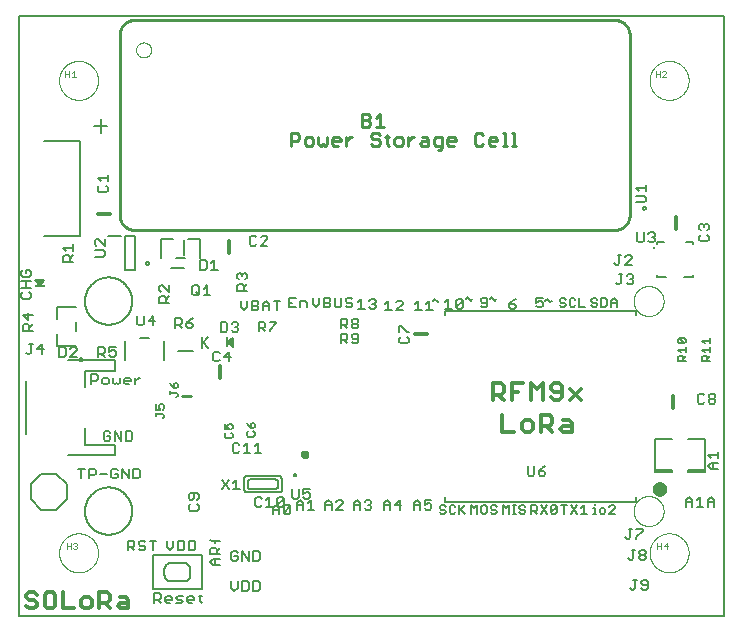
<source format=gto>
G75*
%MOIN*%
%OFA0B0*%
%FSLAX25Y25*%
%IPPOS*%
%LPD*%
%AMOC8*
5,1,8,0,0,1.08239X$1,22.5*
%
%ADD10C,0.00700*%
%ADD11C,0.00600*%
%ADD12C,0.00000*%
%ADD13C,0.01300*%
%ADD14C,0.00900*%
%ADD15C,0.00800*%
%ADD16C,0.01200*%
%ADD17R,0.00750X0.03500*%
%ADD18C,0.00500*%
%ADD19R,0.03500X0.00750*%
%ADD20C,0.00787*%
%ADD21C,0.00669*%
%ADD22C,0.01575*%
%ADD23C,0.01000*%
%ADD24C,0.02400*%
%ADD25C,0.00400*%
%ADD26C,0.00991*%
D10*
X0084351Y0061283D02*
X0084351Y0064586D01*
X0086003Y0064586D01*
X0086553Y0064035D01*
X0086553Y0062934D01*
X0086003Y0062384D01*
X0084351Y0062384D01*
X0085452Y0062384D02*
X0086553Y0061283D01*
X0088034Y0061834D02*
X0088034Y0062934D01*
X0088585Y0063485D01*
X0089686Y0063485D01*
X0090236Y0062934D01*
X0090236Y0062384D01*
X0088034Y0062384D01*
X0088034Y0061834D02*
X0088585Y0061283D01*
X0089686Y0061283D01*
X0091717Y0061283D02*
X0093369Y0061283D01*
X0093919Y0061834D01*
X0093369Y0062384D01*
X0092268Y0062384D01*
X0091717Y0062934D01*
X0092268Y0063485D01*
X0093919Y0063485D01*
X0095401Y0062934D02*
X0095951Y0063485D01*
X0097052Y0063485D01*
X0097602Y0062934D01*
X0097602Y0062384D01*
X0095401Y0062384D01*
X0095401Y0061834D02*
X0095401Y0062934D01*
X0095401Y0061834D02*
X0095951Y0061283D01*
X0097052Y0061283D01*
X0099634Y0061834D02*
X0100185Y0061283D01*
X0099634Y0061834D02*
X0099634Y0064035D01*
X0099084Y0063485D02*
X0100185Y0063485D01*
X0109920Y0066384D02*
X0111021Y0065283D01*
X0112122Y0066384D01*
X0112122Y0068586D01*
X0113604Y0068586D02*
X0113604Y0065283D01*
X0115255Y0065283D01*
X0115805Y0065834D01*
X0115805Y0068035D01*
X0115255Y0068586D01*
X0113604Y0068586D01*
X0117287Y0068586D02*
X0117287Y0065283D01*
X0118938Y0065283D01*
X0119489Y0065834D01*
X0119489Y0068035D01*
X0118938Y0068586D01*
X0117287Y0068586D01*
X0109920Y0068586D02*
X0109920Y0066384D01*
X0106245Y0073872D02*
X0104043Y0073872D01*
X0102942Y0074973D01*
X0104043Y0076074D01*
X0106245Y0076074D01*
X0106245Y0077555D02*
X0102942Y0077555D01*
X0102942Y0079207D01*
X0103493Y0079757D01*
X0104594Y0079757D01*
X0105144Y0079207D01*
X0105144Y0077555D01*
X0105144Y0078656D02*
X0106245Y0079757D01*
X0106245Y0081789D02*
X0103493Y0081789D01*
X0102942Y0082339D01*
X0104594Y0082339D02*
X0104594Y0081238D01*
X0104594Y0076074D02*
X0104594Y0073872D01*
X0109920Y0075834D02*
X0109920Y0078035D01*
X0110471Y0078586D01*
X0111572Y0078586D01*
X0112122Y0078035D01*
X0112122Y0076934D02*
X0111021Y0076934D01*
X0112122Y0076934D02*
X0112122Y0075834D01*
X0111572Y0075283D01*
X0110471Y0075283D01*
X0109920Y0075834D01*
X0113604Y0075283D02*
X0113604Y0078586D01*
X0115805Y0075283D01*
X0115805Y0078586D01*
X0117287Y0078586D02*
X0117287Y0075283D01*
X0118938Y0075283D01*
X0119489Y0075834D01*
X0119489Y0078035D01*
X0118938Y0078586D01*
X0117287Y0078586D01*
X0123762Y0090783D02*
X0123762Y0092985D01*
X0124863Y0094086D01*
X0125964Y0092985D01*
X0125964Y0090783D01*
X0127445Y0091334D02*
X0129647Y0093535D01*
X0129647Y0091334D01*
X0129097Y0090783D01*
X0127996Y0090783D01*
X0127445Y0091334D01*
X0127445Y0093535D01*
X0127996Y0094086D01*
X0129097Y0094086D01*
X0129647Y0093535D01*
X0131762Y0093934D02*
X0133964Y0093934D01*
X0133964Y0094485D02*
X0133964Y0092283D01*
X0135445Y0092283D02*
X0137647Y0092283D01*
X0136546Y0092283D02*
X0136546Y0095586D01*
X0135445Y0094485D01*
X0133964Y0094485D02*
X0132863Y0095586D01*
X0131762Y0094485D01*
X0131762Y0092283D01*
X0127464Y0093834D02*
X0126913Y0093283D01*
X0125812Y0093283D01*
X0125262Y0093834D01*
X0127464Y0096035D01*
X0127464Y0093834D01*
X0125964Y0092434D02*
X0123762Y0092434D01*
X0123781Y0093283D02*
X0121579Y0093283D01*
X0122680Y0093283D02*
X0122680Y0096586D01*
X0121579Y0095485D01*
X0120098Y0096035D02*
X0119547Y0096586D01*
X0118446Y0096586D01*
X0117896Y0096035D01*
X0117896Y0093834D01*
X0118446Y0093283D01*
X0119547Y0093283D01*
X0120098Y0093834D01*
X0125262Y0093834D02*
X0125262Y0096035D01*
X0125812Y0096586D01*
X0126913Y0096586D01*
X0127464Y0096035D01*
X0130374Y0096664D02*
X0130374Y0099416D01*
X0132576Y0099416D02*
X0132576Y0096664D01*
X0132026Y0096113D01*
X0130925Y0096113D01*
X0130374Y0096664D01*
X0134057Y0096664D02*
X0134608Y0096113D01*
X0135709Y0096113D01*
X0136259Y0096664D01*
X0136259Y0097765D01*
X0135709Y0098315D01*
X0135158Y0098315D01*
X0134057Y0097765D01*
X0134057Y0099416D01*
X0136259Y0099416D01*
X0141262Y0094485D02*
X0142363Y0095586D01*
X0143464Y0094485D01*
X0143464Y0092283D01*
X0144945Y0092283D02*
X0147147Y0094485D01*
X0147147Y0095035D01*
X0146597Y0095586D01*
X0145496Y0095586D01*
X0144945Y0095035D01*
X0143464Y0093934D02*
X0141262Y0093934D01*
X0141262Y0094485D02*
X0141262Y0092283D01*
X0144945Y0092283D02*
X0147147Y0092283D01*
X0150762Y0092283D02*
X0150762Y0094485D01*
X0151863Y0095586D01*
X0152964Y0094485D01*
X0152964Y0092283D01*
X0154445Y0092834D02*
X0154996Y0092283D01*
X0156097Y0092283D01*
X0156647Y0092834D01*
X0156647Y0093384D01*
X0156097Y0093934D01*
X0155546Y0093934D01*
X0156097Y0093934D02*
X0156647Y0094485D01*
X0156647Y0095035D01*
X0156097Y0095586D01*
X0154996Y0095586D01*
X0154445Y0095035D01*
X0152964Y0093934D02*
X0150762Y0093934D01*
X0160762Y0093934D02*
X0162964Y0093934D01*
X0162964Y0094485D02*
X0162964Y0092283D01*
X0162964Y0094485D02*
X0161863Y0095586D01*
X0160762Y0094485D01*
X0160762Y0092283D01*
X0164445Y0093934D02*
X0166647Y0093934D01*
X0166097Y0092283D02*
X0166097Y0095586D01*
X0164445Y0093934D01*
X0170762Y0093934D02*
X0172964Y0093934D01*
X0172964Y0094485D02*
X0172964Y0092283D01*
X0174445Y0092834D02*
X0174996Y0092283D01*
X0176097Y0092283D01*
X0176647Y0092834D01*
X0176647Y0093934D01*
X0176097Y0094485D01*
X0175546Y0094485D01*
X0174445Y0093934D01*
X0174445Y0095586D01*
X0176647Y0095586D01*
X0172964Y0094485D02*
X0171863Y0095586D01*
X0170762Y0094485D01*
X0170762Y0092283D01*
X0208815Y0104211D02*
X0209366Y0103661D01*
X0210467Y0103661D01*
X0211017Y0104211D01*
X0211017Y0106964D01*
X0208815Y0106964D02*
X0208815Y0104211D01*
X0212498Y0104211D02*
X0212498Y0105312D01*
X0214150Y0105312D01*
X0214700Y0104762D01*
X0214700Y0104211D01*
X0214150Y0103661D01*
X0213049Y0103661D01*
X0212498Y0104211D01*
X0212498Y0105312D02*
X0213599Y0106413D01*
X0214700Y0106964D01*
X0241379Y0083134D02*
X0241929Y0082583D01*
X0242480Y0082583D01*
X0243030Y0083134D01*
X0243030Y0085886D01*
X0242480Y0085886D02*
X0243581Y0085886D01*
X0245062Y0085886D02*
X0247264Y0085886D01*
X0247264Y0085335D01*
X0245062Y0083134D01*
X0245062Y0082583D01*
X0244581Y0078886D02*
X0243480Y0078886D01*
X0244030Y0078886D02*
X0244030Y0076134D01*
X0243480Y0075583D01*
X0242929Y0075583D01*
X0242379Y0076134D01*
X0246062Y0076134D02*
X0246062Y0076684D01*
X0246612Y0077234D01*
X0247713Y0077234D01*
X0248264Y0076684D01*
X0248264Y0076134D01*
X0247713Y0075583D01*
X0246612Y0075583D01*
X0246062Y0076134D01*
X0246612Y0077234D02*
X0246062Y0077785D01*
X0246062Y0078335D01*
X0246612Y0078886D01*
X0247713Y0078886D01*
X0248264Y0078335D01*
X0248264Y0077785D01*
X0247713Y0077234D01*
X0248213Y0068886D02*
X0247112Y0068886D01*
X0246562Y0068335D01*
X0246562Y0067785D01*
X0247112Y0067234D01*
X0248764Y0067234D01*
X0248764Y0066134D02*
X0248764Y0068335D01*
X0248213Y0068886D01*
X0248764Y0066134D02*
X0248213Y0065583D01*
X0247112Y0065583D01*
X0246562Y0066134D01*
X0244530Y0066134D02*
X0243980Y0065583D01*
X0243429Y0065583D01*
X0242879Y0066134D01*
X0244530Y0066134D02*
X0244530Y0068886D01*
X0243980Y0068886D02*
X0245081Y0068886D01*
X0261492Y0093302D02*
X0261492Y0095504D01*
X0262593Y0096605D01*
X0263693Y0095504D01*
X0263693Y0093302D01*
X0265175Y0093302D02*
X0267377Y0093302D01*
X0266276Y0093302D02*
X0266276Y0096605D01*
X0265175Y0095504D01*
X0263693Y0094953D02*
X0261492Y0094953D01*
X0268858Y0094953D02*
X0271060Y0094953D01*
X0271060Y0095504D02*
X0271060Y0093302D01*
X0271060Y0095504D02*
X0269959Y0096605D01*
X0268858Y0095504D01*
X0268858Y0093302D01*
X0269941Y0105842D02*
X0268840Y0106943D01*
X0269941Y0108044D01*
X0272143Y0108044D01*
X0272143Y0109525D02*
X0272143Y0111727D01*
X0272143Y0110626D02*
X0268840Y0110626D01*
X0269941Y0109525D01*
X0270491Y0108044D02*
X0270491Y0105842D01*
X0269941Y0105842D02*
X0272143Y0105842D01*
X0270791Y0127732D02*
X0269691Y0127732D01*
X0269140Y0128282D01*
X0269140Y0128833D01*
X0269691Y0129383D01*
X0270791Y0129383D01*
X0271342Y0128833D01*
X0271342Y0128282D01*
X0270791Y0127732D01*
X0270791Y0129383D02*
X0271342Y0129934D01*
X0271342Y0130484D01*
X0270791Y0131035D01*
X0269691Y0131035D01*
X0269140Y0130484D01*
X0269140Y0129934D01*
X0269691Y0129383D01*
X0267659Y0128282D02*
X0267108Y0127732D01*
X0266007Y0127732D01*
X0265457Y0128282D01*
X0265457Y0130484D01*
X0266007Y0131035D01*
X0267108Y0131035D01*
X0267659Y0130484D01*
X0243480Y0167483D02*
X0242379Y0167483D01*
X0241828Y0168034D01*
X0242929Y0169134D02*
X0243480Y0169134D01*
X0244030Y0168584D01*
X0244030Y0168034D01*
X0243480Y0167483D01*
X0243480Y0169134D02*
X0244030Y0169685D01*
X0244030Y0170235D01*
X0243480Y0170786D01*
X0242379Y0170786D01*
X0241828Y0170235D01*
X0240347Y0170786D02*
X0239246Y0170786D01*
X0239797Y0170786D02*
X0239797Y0168034D01*
X0239246Y0167483D01*
X0238696Y0167483D01*
X0238145Y0168034D01*
X0238196Y0173983D02*
X0238746Y0173983D01*
X0239297Y0174534D01*
X0239297Y0177286D01*
X0239847Y0177286D02*
X0238746Y0177286D01*
X0241328Y0176735D02*
X0241879Y0177286D01*
X0242980Y0177286D01*
X0243530Y0176735D01*
X0243530Y0176185D01*
X0241328Y0173983D01*
X0243530Y0173983D01*
X0238196Y0173983D02*
X0237645Y0174534D01*
X0245348Y0182111D02*
X0245348Y0184864D01*
X0247550Y0184864D02*
X0247550Y0182111D01*
X0246999Y0181561D01*
X0245898Y0181561D01*
X0245348Y0182111D01*
X0249031Y0182111D02*
X0249581Y0181561D01*
X0250682Y0181561D01*
X0251233Y0182111D01*
X0251233Y0182662D01*
X0250682Y0183212D01*
X0250132Y0183212D01*
X0250682Y0183212D02*
X0251233Y0183763D01*
X0251233Y0184313D01*
X0250682Y0184864D01*
X0249581Y0184864D01*
X0249031Y0184313D01*
X0247695Y0194783D02*
X0244942Y0194783D01*
X0244942Y0196985D02*
X0247695Y0196985D01*
X0248245Y0196434D01*
X0248245Y0195334D01*
X0247695Y0194783D01*
X0248245Y0198466D02*
X0248245Y0200668D01*
X0248245Y0199567D02*
X0244942Y0199567D01*
X0246043Y0198466D01*
X0265942Y0187118D02*
X0266493Y0187668D01*
X0267043Y0187668D01*
X0267594Y0187118D01*
X0268144Y0187668D01*
X0268695Y0187668D01*
X0269245Y0187118D01*
X0269245Y0186017D01*
X0268695Y0185466D01*
X0268695Y0183985D02*
X0269245Y0183434D01*
X0269245Y0182334D01*
X0268695Y0181783D01*
X0266493Y0181783D01*
X0265942Y0182334D01*
X0265942Y0183434D01*
X0266493Y0183985D01*
X0266493Y0185466D02*
X0265942Y0186017D01*
X0265942Y0187118D01*
X0267594Y0187118D02*
X0267594Y0186567D01*
X0216805Y0162086D02*
X0216255Y0161535D01*
X0215154Y0162636D01*
X0214604Y0162086D01*
X0213805Y0161434D02*
X0213805Y0160334D01*
X0213255Y0159783D01*
X0212154Y0159783D01*
X0211604Y0160334D01*
X0211604Y0161434D02*
X0212705Y0161985D01*
X0213255Y0161985D01*
X0213805Y0161434D01*
X0213805Y0163086D02*
X0211604Y0163086D01*
X0211604Y0161434D01*
X0204805Y0160384D02*
X0204255Y0160934D01*
X0202604Y0160934D01*
X0202604Y0159834D01*
X0203154Y0159283D01*
X0204255Y0159283D01*
X0204805Y0159834D01*
X0204805Y0160384D01*
X0203705Y0162035D02*
X0202604Y0160934D01*
X0203705Y0162035D02*
X0204805Y0162586D01*
X0198305Y0162586D02*
X0197755Y0162035D01*
X0196654Y0163136D01*
X0196104Y0162586D01*
X0195305Y0162535D02*
X0194755Y0163086D01*
X0193654Y0163086D01*
X0193104Y0162535D01*
X0193104Y0161985D01*
X0193654Y0161434D01*
X0195305Y0161434D01*
X0195305Y0160334D02*
X0195305Y0162535D01*
X0195305Y0160334D02*
X0194755Y0159783D01*
X0193654Y0159783D01*
X0193104Y0160334D01*
X0190305Y0162586D02*
X0189755Y0162035D01*
X0188654Y0163136D01*
X0188104Y0162586D01*
X0187147Y0162035D02*
X0184945Y0159834D01*
X0185496Y0159283D01*
X0186597Y0159283D01*
X0187147Y0159834D01*
X0187147Y0162035D01*
X0186597Y0162586D01*
X0185496Y0162586D01*
X0184945Y0162035D01*
X0184945Y0159834D01*
X0183464Y0159283D02*
X0181262Y0159283D01*
X0182363Y0159283D02*
X0182363Y0162586D01*
X0181262Y0161485D01*
X0179305Y0162086D02*
X0178755Y0161535D01*
X0177654Y0162636D01*
X0177104Y0162086D01*
X0176046Y0162086D02*
X0176046Y0158783D01*
X0174945Y0158783D02*
X0177147Y0158783D01*
X0174945Y0160985D02*
X0176046Y0162086D01*
X0172363Y0162086D02*
X0172363Y0158783D01*
X0171262Y0158783D02*
X0173464Y0158783D01*
X0171262Y0160985D02*
X0172363Y0162086D01*
X0167147Y0161535D02*
X0167147Y0160985D01*
X0164945Y0158783D01*
X0167147Y0158783D01*
X0167147Y0161535D02*
X0166597Y0162086D01*
X0165496Y0162086D01*
X0164945Y0161535D01*
X0162363Y0162086D02*
X0162363Y0158783D01*
X0161262Y0158783D02*
X0163464Y0158783D01*
X0161262Y0160985D02*
X0162363Y0162086D01*
X0158147Y0162035D02*
X0158147Y0161485D01*
X0157597Y0160934D01*
X0158147Y0160384D01*
X0158147Y0159834D01*
X0157597Y0159283D01*
X0156496Y0159283D01*
X0155945Y0159834D01*
X0157046Y0160934D02*
X0157597Y0160934D01*
X0158147Y0162035D02*
X0157597Y0162586D01*
X0156496Y0162586D01*
X0155945Y0162035D01*
X0153363Y0162586D02*
X0153363Y0159283D01*
X0152262Y0159283D02*
X0154464Y0159283D01*
X0152262Y0161485D02*
X0153363Y0162586D01*
X0150330Y0162535D02*
X0149780Y0163086D01*
X0148679Y0163086D01*
X0148128Y0162535D01*
X0148128Y0161985D01*
X0148679Y0161434D01*
X0149780Y0161434D01*
X0150330Y0160884D01*
X0150330Y0160334D01*
X0149780Y0159783D01*
X0148679Y0159783D01*
X0148128Y0160334D01*
X0146647Y0160334D02*
X0146647Y0163086D01*
X0144445Y0163086D02*
X0144445Y0160334D01*
X0144996Y0159783D01*
X0146097Y0159783D01*
X0146647Y0160334D01*
X0142964Y0160334D02*
X0142413Y0159783D01*
X0140762Y0159783D01*
X0140762Y0163086D01*
X0142413Y0163086D01*
X0142964Y0162535D01*
X0142964Y0161985D01*
X0142413Y0161434D01*
X0140762Y0161434D01*
X0139281Y0160884D02*
X0139281Y0163086D01*
X0139281Y0160884D02*
X0138180Y0159783D01*
X0137079Y0160884D01*
X0137079Y0163086D01*
X0135147Y0161434D02*
X0135147Y0159783D01*
X0135147Y0161434D02*
X0134597Y0161985D01*
X0132945Y0161985D01*
X0132945Y0159783D01*
X0131464Y0159783D02*
X0129262Y0159783D01*
X0129262Y0163086D01*
X0131464Y0163086D01*
X0130363Y0161434D02*
X0129262Y0161434D01*
X0126330Y0162086D02*
X0124128Y0162086D01*
X0125229Y0162086D02*
X0125229Y0158783D01*
X0122647Y0158783D02*
X0122647Y0160985D01*
X0121546Y0162086D01*
X0120445Y0160985D01*
X0120445Y0158783D01*
X0118964Y0159334D02*
X0118413Y0158783D01*
X0116762Y0158783D01*
X0116762Y0162086D01*
X0118413Y0162086D01*
X0118964Y0161535D01*
X0118964Y0160985D01*
X0118413Y0160434D01*
X0116762Y0160434D01*
X0115281Y0159884D02*
X0115281Y0162086D01*
X0115281Y0159884D02*
X0114180Y0158783D01*
X0113079Y0159884D01*
X0113079Y0162086D01*
X0114122Y0165447D02*
X0114122Y0167098D01*
X0113572Y0167649D01*
X0112471Y0167649D01*
X0111920Y0167098D01*
X0111920Y0165447D01*
X0115223Y0165447D01*
X0114122Y0166548D02*
X0115223Y0167649D01*
X0114673Y0169130D02*
X0115223Y0169680D01*
X0115223Y0170781D01*
X0114673Y0171332D01*
X0114122Y0171332D01*
X0113572Y0170781D01*
X0113572Y0170231D01*
X0113572Y0170781D02*
X0113021Y0171332D01*
X0112471Y0171332D01*
X0111920Y0170781D01*
X0111920Y0169680D01*
X0112471Y0169130D01*
X0105430Y0172283D02*
X0103228Y0172283D01*
X0104329Y0172283D02*
X0104329Y0175586D01*
X0103228Y0174485D01*
X0101747Y0175035D02*
X0101747Y0172834D01*
X0101197Y0172283D01*
X0099545Y0172283D01*
X0099545Y0175586D01*
X0101197Y0175586D01*
X0101747Y0175035D01*
X0101846Y0167186D02*
X0101846Y0163883D01*
X0100745Y0163883D02*
X0102947Y0163883D01*
X0100745Y0166085D02*
X0101846Y0167186D01*
X0099264Y0166635D02*
X0099264Y0164434D01*
X0098713Y0163883D01*
X0097612Y0163883D01*
X0097062Y0164434D01*
X0097062Y0166635D01*
X0097612Y0167186D01*
X0098713Y0167186D01*
X0099264Y0166635D01*
X0098163Y0164984D02*
X0099264Y0163883D01*
X0097259Y0156212D02*
X0096158Y0155661D01*
X0095057Y0154560D01*
X0096709Y0154560D01*
X0097259Y0154010D01*
X0097259Y0153460D01*
X0096709Y0152909D01*
X0095608Y0152909D01*
X0095057Y0153460D01*
X0095057Y0154560D01*
X0093576Y0154560D02*
X0093026Y0154010D01*
X0091374Y0154010D01*
X0091374Y0152909D02*
X0091374Y0156212D01*
X0093026Y0156212D01*
X0093576Y0155661D01*
X0093576Y0154560D01*
X0092475Y0154010D02*
X0093576Y0152909D01*
X0089178Y0161303D02*
X0085875Y0161303D01*
X0085875Y0162954D01*
X0086426Y0163505D01*
X0087527Y0163505D01*
X0088077Y0162954D01*
X0088077Y0161303D01*
X0088077Y0162404D02*
X0089178Y0163505D01*
X0089178Y0164986D02*
X0086976Y0167188D01*
X0086426Y0167188D01*
X0085875Y0166637D01*
X0085875Y0165536D01*
X0086426Y0164986D01*
X0089178Y0164986D02*
X0089178Y0167188D01*
X0084067Y0157086D02*
X0082416Y0155434D01*
X0084618Y0155434D01*
X0084067Y0153783D02*
X0084067Y0157086D01*
X0080934Y0157086D02*
X0080934Y0154334D01*
X0080384Y0153783D01*
X0079283Y0153783D01*
X0078733Y0154334D01*
X0078733Y0157086D01*
X0071464Y0146586D02*
X0069262Y0146586D01*
X0069262Y0144934D01*
X0070363Y0145485D01*
X0070913Y0145485D01*
X0071464Y0144934D01*
X0071464Y0143834D01*
X0070913Y0143283D01*
X0069812Y0143283D01*
X0069262Y0143834D01*
X0067781Y0143283D02*
X0066680Y0144384D01*
X0067230Y0144384D02*
X0065579Y0144384D01*
X0065579Y0143283D02*
X0065579Y0146586D01*
X0067230Y0146586D01*
X0067781Y0146035D01*
X0067781Y0144934D01*
X0067230Y0144384D01*
X0064912Y0137464D02*
X0063260Y0137464D01*
X0063260Y0134161D01*
X0063260Y0135262D02*
X0064912Y0135262D01*
X0065462Y0135812D01*
X0065462Y0136913D01*
X0064912Y0137464D01*
X0066943Y0135812D02*
X0066943Y0134711D01*
X0067494Y0134161D01*
X0068595Y0134161D01*
X0069145Y0134711D01*
X0069145Y0135812D01*
X0068595Y0136363D01*
X0067494Y0136363D01*
X0066943Y0135812D01*
X0070626Y0136363D02*
X0070626Y0134711D01*
X0071177Y0134161D01*
X0071727Y0134711D01*
X0072278Y0134161D01*
X0072828Y0134711D01*
X0072828Y0136363D01*
X0074310Y0135812D02*
X0074860Y0136363D01*
X0075961Y0136363D01*
X0076511Y0135812D01*
X0076511Y0135262D01*
X0074310Y0135262D01*
X0074310Y0135812D02*
X0074310Y0134711D01*
X0074860Y0134161D01*
X0075961Y0134161D01*
X0077993Y0134161D02*
X0077993Y0136363D01*
X0079094Y0136363D02*
X0079644Y0136363D01*
X0079094Y0136363D02*
X0077993Y0135262D01*
X0076463Y0118586D02*
X0074811Y0118586D01*
X0074811Y0115283D01*
X0076463Y0115283D01*
X0077013Y0115834D01*
X0077013Y0118035D01*
X0076463Y0118586D01*
X0073330Y0118586D02*
X0073330Y0115283D01*
X0071128Y0118586D01*
X0071128Y0115283D01*
X0069647Y0115834D02*
X0069647Y0116934D01*
X0068546Y0116934D01*
X0067445Y0115834D02*
X0067996Y0115283D01*
X0069097Y0115283D01*
X0069647Y0115834D01*
X0069647Y0118035D02*
X0069097Y0118586D01*
X0067996Y0118586D01*
X0067445Y0118035D01*
X0067445Y0115834D01*
X0070545Y0106086D02*
X0069995Y0105535D01*
X0069995Y0103334D01*
X0070545Y0102783D01*
X0071646Y0102783D01*
X0072196Y0103334D01*
X0072196Y0104434D01*
X0071096Y0104434D01*
X0072196Y0105535D02*
X0071646Y0106086D01*
X0070545Y0106086D01*
X0068513Y0104434D02*
X0066311Y0104434D01*
X0064830Y0104434D02*
X0064280Y0103884D01*
X0062628Y0103884D01*
X0062628Y0102783D02*
X0062628Y0106086D01*
X0064280Y0106086D01*
X0064830Y0105535D01*
X0064830Y0104434D01*
X0061147Y0106086D02*
X0058945Y0106086D01*
X0060046Y0106086D02*
X0060046Y0102783D01*
X0073678Y0102783D02*
X0073678Y0106086D01*
X0075880Y0102783D01*
X0075880Y0106086D01*
X0077361Y0106086D02*
X0079012Y0106086D01*
X0079563Y0105535D01*
X0079563Y0103334D01*
X0079012Y0102783D01*
X0077361Y0102783D01*
X0077361Y0106086D01*
X0095838Y0097318D02*
X0095838Y0096217D01*
X0096388Y0095666D01*
X0096939Y0095666D01*
X0097489Y0096217D01*
X0097489Y0097868D01*
X0098590Y0097868D02*
X0096388Y0097868D01*
X0095838Y0097318D01*
X0098590Y0097868D02*
X0099140Y0097318D01*
X0099140Y0096217D01*
X0098590Y0095666D01*
X0098590Y0094185D02*
X0099140Y0093634D01*
X0099140Y0092534D01*
X0098590Y0091983D01*
X0096388Y0091983D01*
X0095838Y0092534D01*
X0095838Y0093634D01*
X0096388Y0094185D01*
X0106890Y0099122D02*
X0109092Y0102424D01*
X0110573Y0101324D02*
X0111674Y0102424D01*
X0111674Y0099122D01*
X0110573Y0099122D02*
X0112775Y0099122D01*
X0109092Y0099122D02*
X0106890Y0102424D01*
X0110996Y0111283D02*
X0112097Y0111283D01*
X0112647Y0111834D01*
X0114128Y0111283D02*
X0116330Y0111283D01*
X0115229Y0111283D02*
X0115229Y0114586D01*
X0114128Y0113485D01*
X0112647Y0114035D02*
X0112097Y0114586D01*
X0110996Y0114586D01*
X0110445Y0114035D01*
X0110445Y0111834D01*
X0110996Y0111283D01*
X0117811Y0111283D02*
X0120013Y0111283D01*
X0118912Y0111283D02*
X0118912Y0114586D01*
X0117811Y0113485D01*
X0109280Y0141783D02*
X0109280Y0145086D01*
X0107628Y0143434D01*
X0109830Y0143434D01*
X0106147Y0142334D02*
X0105597Y0141783D01*
X0104496Y0141783D01*
X0103945Y0142334D01*
X0103945Y0144535D01*
X0104496Y0145086D01*
X0105597Y0145086D01*
X0106147Y0144535D01*
X0106492Y0151626D02*
X0108144Y0151626D01*
X0108694Y0152176D01*
X0108694Y0154378D01*
X0108144Y0154928D01*
X0106492Y0154928D01*
X0106492Y0151626D01*
X0110175Y0152176D02*
X0110726Y0151626D01*
X0111827Y0151626D01*
X0112377Y0152176D01*
X0112377Y0152727D01*
X0111827Y0153277D01*
X0111276Y0153277D01*
X0111827Y0153277D02*
X0112377Y0153827D01*
X0112377Y0154378D01*
X0111827Y0154928D01*
X0110726Y0154928D01*
X0110175Y0154378D01*
X0119079Y0155086D02*
X0119079Y0151783D01*
X0119079Y0152884D02*
X0120730Y0152884D01*
X0121281Y0153434D01*
X0121281Y0154535D01*
X0120730Y0155086D01*
X0119079Y0155086D01*
X0120180Y0152884D02*
X0121281Y0151783D01*
X0122762Y0151783D02*
X0122762Y0152334D01*
X0124964Y0154535D01*
X0124964Y0155086D01*
X0122762Y0155086D01*
X0122647Y0160434D02*
X0120445Y0160434D01*
X0118964Y0159884D02*
X0118964Y0159334D01*
X0118964Y0159884D02*
X0118413Y0160434D01*
X0117831Y0180381D02*
X0118381Y0180932D01*
X0117831Y0180381D02*
X0116730Y0180381D01*
X0116179Y0180932D01*
X0116179Y0183134D01*
X0116730Y0183684D01*
X0117831Y0183684D01*
X0118381Y0183134D01*
X0119863Y0183134D02*
X0120413Y0183684D01*
X0121514Y0183684D01*
X0122064Y0183134D01*
X0122064Y0182583D01*
X0119863Y0180381D01*
X0122064Y0180381D01*
X0142413Y0161434D02*
X0142964Y0160884D01*
X0142964Y0160334D01*
X0146445Y0156086D02*
X0148097Y0156086D01*
X0148647Y0155535D01*
X0148647Y0154434D01*
X0148097Y0153884D01*
X0146445Y0153884D01*
X0146445Y0152783D02*
X0146445Y0156086D01*
X0147546Y0153884D02*
X0148647Y0152783D01*
X0150128Y0153334D02*
X0150128Y0153884D01*
X0150679Y0154434D01*
X0151780Y0154434D01*
X0152330Y0153884D01*
X0152330Y0153334D01*
X0151780Y0152783D01*
X0150679Y0152783D01*
X0150128Y0153334D01*
X0150679Y0154434D02*
X0150128Y0154985D01*
X0150128Y0155535D01*
X0150679Y0156086D01*
X0151780Y0156086D01*
X0152330Y0155535D01*
X0152330Y0154985D01*
X0151780Y0154434D01*
X0151780Y0151086D02*
X0150679Y0151086D01*
X0150128Y0150535D01*
X0150128Y0149985D01*
X0150679Y0149434D01*
X0152330Y0149434D01*
X0152330Y0148334D02*
X0152330Y0150535D01*
X0151780Y0151086D01*
X0152330Y0148334D02*
X0151780Y0147783D01*
X0150679Y0147783D01*
X0150128Y0148334D01*
X0148647Y0147783D02*
X0147546Y0148884D01*
X0148097Y0148884D02*
X0146445Y0148884D01*
X0146445Y0147783D02*
X0146445Y0151086D01*
X0148097Y0151086D01*
X0148647Y0150535D01*
X0148647Y0149434D01*
X0148097Y0148884D01*
X0165942Y0148334D02*
X0166493Y0147783D01*
X0168695Y0147783D01*
X0169245Y0148334D01*
X0169245Y0149434D01*
X0168695Y0149985D01*
X0168695Y0151466D02*
X0169245Y0151466D01*
X0168695Y0151466D02*
X0166493Y0153668D01*
X0165942Y0153668D01*
X0165942Y0151466D01*
X0166493Y0149985D02*
X0165942Y0149434D01*
X0165942Y0148334D01*
X0097989Y0081535D02*
X0097438Y0082086D01*
X0095787Y0082086D01*
X0095787Y0078783D01*
X0097438Y0078783D01*
X0097989Y0079334D01*
X0097989Y0081535D01*
X0094305Y0081535D02*
X0094305Y0079334D01*
X0093755Y0078783D01*
X0092104Y0078783D01*
X0092104Y0082086D01*
X0093755Y0082086D01*
X0094305Y0081535D01*
X0090622Y0082086D02*
X0090622Y0079884D01*
X0089521Y0078783D01*
X0088420Y0079884D01*
X0088420Y0082086D01*
X0084989Y0082086D02*
X0082787Y0082086D01*
X0083888Y0082086D02*
X0083888Y0078783D01*
X0081305Y0079334D02*
X0080755Y0078783D01*
X0079654Y0078783D01*
X0079104Y0079334D01*
X0079654Y0080434D02*
X0080755Y0080434D01*
X0081305Y0079884D01*
X0081305Y0079334D01*
X0079654Y0080434D02*
X0079104Y0080985D01*
X0079104Y0081535D01*
X0079654Y0082086D01*
X0080755Y0082086D01*
X0081305Y0081535D01*
X0077622Y0081535D02*
X0077622Y0080434D01*
X0077072Y0079884D01*
X0075420Y0079884D01*
X0075420Y0078783D02*
X0075420Y0082086D01*
X0077072Y0082086D01*
X0077622Y0081535D01*
X0076521Y0079884D02*
X0077622Y0078783D01*
X0058430Y0143283D02*
X0056228Y0143283D01*
X0058430Y0145485D01*
X0058430Y0146035D01*
X0057880Y0146586D01*
X0056779Y0146586D01*
X0056228Y0146035D01*
X0054747Y0146035D02*
X0054197Y0146586D01*
X0052545Y0146586D01*
X0052545Y0143283D01*
X0054197Y0143283D01*
X0054747Y0143834D01*
X0054747Y0146035D01*
X0047517Y0145818D02*
X0045315Y0145818D01*
X0046967Y0147470D01*
X0046967Y0144167D01*
X0043284Y0144717D02*
X0043284Y0147470D01*
X0043834Y0147470D02*
X0042733Y0147470D01*
X0043284Y0144717D02*
X0042733Y0144167D01*
X0042183Y0144167D01*
X0041632Y0144717D01*
X0042644Y0151917D02*
X0042644Y0153568D01*
X0042094Y0154119D01*
X0040993Y0154119D01*
X0040442Y0153568D01*
X0040442Y0151917D01*
X0043745Y0151917D01*
X0042644Y0153018D02*
X0043745Y0154119D01*
X0042094Y0155600D02*
X0040442Y0157251D01*
X0043745Y0157251D01*
X0042094Y0157802D02*
X0042094Y0155600D01*
X0042695Y0162734D02*
X0040493Y0162734D01*
X0039942Y0163284D01*
X0039942Y0164385D01*
X0040493Y0164936D01*
X0039942Y0166417D02*
X0043245Y0166417D01*
X0042695Y0164936D02*
X0043245Y0164385D01*
X0043245Y0163284D01*
X0042695Y0162734D01*
X0041594Y0166417D02*
X0041594Y0168619D01*
X0043245Y0168619D02*
X0039942Y0168619D01*
X0040493Y0170100D02*
X0042695Y0170100D01*
X0043245Y0170650D01*
X0043245Y0171751D01*
X0042695Y0172302D01*
X0041594Y0172302D01*
X0041594Y0171201D01*
X0040493Y0172302D02*
X0039942Y0171751D01*
X0039942Y0170650D01*
X0040493Y0170100D01*
X0053942Y0174917D02*
X0053942Y0176568D01*
X0054493Y0177119D01*
X0055594Y0177119D01*
X0056144Y0176568D01*
X0056144Y0174917D01*
X0056144Y0176018D02*
X0057245Y0177119D01*
X0057245Y0178600D02*
X0057245Y0180802D01*
X0057245Y0179701D02*
X0053942Y0179701D01*
X0055043Y0178600D01*
X0053942Y0174917D02*
X0057245Y0174917D01*
X0064501Y0176734D02*
X0067254Y0176734D01*
X0067804Y0177284D01*
X0067804Y0178385D01*
X0067254Y0178936D01*
X0064501Y0178936D01*
X0065052Y0180417D02*
X0064501Y0180967D01*
X0064501Y0182068D01*
X0065052Y0182619D01*
X0065602Y0182619D01*
X0067804Y0180417D01*
X0067804Y0182619D01*
X0068234Y0198202D02*
X0066032Y0198202D01*
X0065482Y0198753D01*
X0065482Y0199854D01*
X0066032Y0200404D01*
X0066583Y0201886D02*
X0065482Y0202986D01*
X0068785Y0202986D01*
X0068785Y0201886D02*
X0068785Y0204087D01*
X0068234Y0200404D02*
X0068785Y0199854D01*
X0068785Y0198753D01*
X0068234Y0198202D01*
D11*
X0039095Y0256933D02*
X0039095Y0056933D01*
X0274095Y0056933D01*
X0274095Y0256933D01*
X0039095Y0256933D01*
X0086595Y0182733D02*
X0090695Y0182733D01*
X0095495Y0182733D02*
X0099595Y0182733D01*
X0099595Y0176133D01*
X0094695Y0176133D02*
X0091495Y0176133D01*
X0086595Y0176133D02*
X0086595Y0182733D01*
X0082595Y0174533D02*
X0082593Y0174577D01*
X0082587Y0174620D01*
X0082578Y0174662D01*
X0082565Y0174704D01*
X0082548Y0174744D01*
X0082528Y0174783D01*
X0082505Y0174820D01*
X0082478Y0174854D01*
X0082449Y0174887D01*
X0082416Y0174916D01*
X0082382Y0174943D01*
X0082345Y0174966D01*
X0082306Y0174986D01*
X0082266Y0175003D01*
X0082224Y0175016D01*
X0082182Y0175025D01*
X0082139Y0175031D01*
X0082095Y0175033D01*
X0082051Y0175031D01*
X0082008Y0175025D01*
X0081966Y0175016D01*
X0081924Y0175003D01*
X0081884Y0174986D01*
X0081845Y0174966D01*
X0081808Y0174943D01*
X0081774Y0174916D01*
X0081741Y0174887D01*
X0081712Y0174854D01*
X0081685Y0174820D01*
X0081662Y0174783D01*
X0081642Y0174744D01*
X0081625Y0174704D01*
X0081612Y0174662D01*
X0081603Y0174620D01*
X0081597Y0174577D01*
X0081595Y0174533D01*
X0081597Y0174489D01*
X0081603Y0174446D01*
X0081612Y0174404D01*
X0081625Y0174362D01*
X0081642Y0174322D01*
X0081662Y0174283D01*
X0081685Y0174246D01*
X0081712Y0174212D01*
X0081741Y0174179D01*
X0081774Y0174150D01*
X0081808Y0174123D01*
X0081845Y0174100D01*
X0081884Y0174080D01*
X0081924Y0174063D01*
X0081966Y0174050D01*
X0082008Y0174041D01*
X0082051Y0174035D01*
X0082095Y0174033D01*
X0082139Y0174035D01*
X0082182Y0174041D01*
X0082224Y0174050D01*
X0082266Y0174063D01*
X0082306Y0174080D01*
X0082345Y0174100D01*
X0082382Y0174123D01*
X0082416Y0174150D01*
X0082449Y0174179D01*
X0082478Y0174212D01*
X0082505Y0174246D01*
X0082528Y0174283D01*
X0082548Y0174322D01*
X0082565Y0174362D01*
X0082578Y0174404D01*
X0082587Y0174446D01*
X0082593Y0174489D01*
X0082595Y0174533D01*
X0058395Y0159933D02*
X0051795Y0159933D01*
X0051795Y0155833D01*
X0051795Y0151033D02*
X0051795Y0146933D01*
X0058395Y0146933D01*
X0058395Y0151833D02*
X0058395Y0155033D01*
X0059995Y0142933D02*
X0059951Y0142931D01*
X0059908Y0142925D01*
X0059866Y0142916D01*
X0059824Y0142903D01*
X0059784Y0142886D01*
X0059745Y0142866D01*
X0059708Y0142843D01*
X0059674Y0142816D01*
X0059641Y0142787D01*
X0059612Y0142754D01*
X0059585Y0142720D01*
X0059562Y0142683D01*
X0059542Y0142644D01*
X0059525Y0142604D01*
X0059512Y0142562D01*
X0059503Y0142520D01*
X0059497Y0142477D01*
X0059495Y0142433D01*
X0059497Y0142389D01*
X0059503Y0142346D01*
X0059512Y0142304D01*
X0059525Y0142262D01*
X0059542Y0142222D01*
X0059562Y0142183D01*
X0059585Y0142146D01*
X0059612Y0142112D01*
X0059641Y0142079D01*
X0059674Y0142050D01*
X0059708Y0142023D01*
X0059745Y0142000D01*
X0059784Y0141980D01*
X0059824Y0141963D01*
X0059866Y0141950D01*
X0059908Y0141941D01*
X0059951Y0141935D01*
X0059995Y0141933D01*
X0060039Y0141935D01*
X0060082Y0141941D01*
X0060124Y0141950D01*
X0060166Y0141963D01*
X0060206Y0141980D01*
X0060245Y0142000D01*
X0060282Y0142023D01*
X0060316Y0142050D01*
X0060349Y0142079D01*
X0060378Y0142112D01*
X0060405Y0142146D01*
X0060428Y0142183D01*
X0060448Y0142222D01*
X0060465Y0142262D01*
X0060478Y0142304D01*
X0060487Y0142346D01*
X0060493Y0142389D01*
X0060495Y0142433D01*
X0060493Y0142477D01*
X0060487Y0142520D01*
X0060478Y0142562D01*
X0060465Y0142604D01*
X0060448Y0142644D01*
X0060428Y0142683D01*
X0060405Y0142720D01*
X0060378Y0142754D01*
X0060349Y0142787D01*
X0060316Y0142816D01*
X0060282Y0142843D01*
X0060245Y0142866D01*
X0060206Y0142886D01*
X0060166Y0142903D01*
X0060124Y0142916D01*
X0060082Y0142925D01*
X0060039Y0142931D01*
X0059995Y0142933D01*
X0046095Y0166933D02*
X0044595Y0168933D01*
X0047595Y0168933D01*
X0046095Y0166933D01*
X0046001Y0167059D02*
X0046190Y0167059D01*
X0046639Y0167658D02*
X0045552Y0167658D01*
X0045103Y0168256D02*
X0047087Y0168256D01*
X0047536Y0168855D02*
X0044654Y0168855D01*
X0100095Y0149836D02*
X0100095Y0146433D01*
X0100095Y0147567D02*
X0102364Y0149836D01*
X0100662Y0148135D02*
X0102364Y0146433D01*
X0108509Y0148276D02*
X0110509Y0149776D01*
X0110509Y0146776D01*
X0108509Y0148276D01*
X0108815Y0148505D02*
X0110509Y0148505D01*
X0110509Y0147907D02*
X0109000Y0147907D01*
X0109798Y0147308D02*
X0110509Y0147308D01*
X0110509Y0149104D02*
X0109613Y0149104D01*
X0110411Y0149702D02*
X0110509Y0149702D01*
X0115193Y0121414D02*
X0115627Y0120547D01*
X0116494Y0119680D01*
X0116494Y0120981D01*
X0116928Y0121414D01*
X0117361Y0121414D01*
X0117795Y0120981D01*
X0117795Y0120113D01*
X0117361Y0119680D01*
X0116494Y0119680D01*
X0115627Y0118468D02*
X0115193Y0118034D01*
X0115193Y0117167D01*
X0115627Y0116733D01*
X0117361Y0116733D01*
X0117795Y0117167D01*
X0117795Y0118034D01*
X0117361Y0118468D01*
X0110435Y0117485D02*
X0110002Y0117919D01*
X0110435Y0117485D02*
X0110435Y0116618D01*
X0110002Y0116184D01*
X0108267Y0116184D01*
X0107833Y0116618D01*
X0107833Y0117485D01*
X0108267Y0117919D01*
X0107833Y0119130D02*
X0109134Y0119130D01*
X0108700Y0119998D01*
X0108700Y0120431D01*
X0109134Y0120865D01*
X0110002Y0120865D01*
X0110435Y0120431D01*
X0110435Y0119564D01*
X0110002Y0119130D01*
X0107833Y0119130D02*
X0107833Y0120865D01*
X0055095Y0100933D02*
X0055095Y0095933D01*
X0051595Y0092433D01*
X0046595Y0092433D01*
X0043095Y0095933D01*
X0043095Y0100933D01*
X0046595Y0104433D01*
X0051595Y0104433D01*
X0055095Y0100933D01*
X0179561Y0093402D02*
X0179561Y0092918D01*
X0180045Y0092434D01*
X0181012Y0092434D01*
X0181496Y0091951D01*
X0181496Y0091467D01*
X0181012Y0090983D01*
X0180045Y0090983D01*
X0179561Y0091467D01*
X0179561Y0093402D02*
X0180045Y0093886D01*
X0181012Y0093886D01*
X0181496Y0093402D01*
X0182784Y0093402D02*
X0182784Y0091467D01*
X0183267Y0090983D01*
X0184235Y0090983D01*
X0184719Y0091467D01*
X0186007Y0091951D02*
X0187941Y0093886D01*
X0186007Y0093886D02*
X0186007Y0090983D01*
X0186490Y0092434D02*
X0187941Y0090983D01*
X0190061Y0090983D02*
X0190061Y0093886D01*
X0191028Y0092918D01*
X0191996Y0093886D01*
X0191996Y0090983D01*
X0193284Y0091467D02*
X0193767Y0090983D01*
X0194735Y0090983D01*
X0195219Y0091467D01*
X0195219Y0093402D01*
X0194735Y0093886D01*
X0193767Y0093886D01*
X0193284Y0093402D01*
X0193284Y0091467D01*
X0196507Y0091467D02*
X0196990Y0090983D01*
X0197958Y0090983D01*
X0198441Y0091467D01*
X0198441Y0091951D01*
X0197958Y0092434D01*
X0196990Y0092434D01*
X0196507Y0092918D01*
X0196507Y0093402D01*
X0196990Y0093886D01*
X0197958Y0093886D01*
X0198441Y0093402D01*
X0200598Y0093886D02*
X0200598Y0090983D01*
X0202533Y0090983D02*
X0202533Y0093886D01*
X0201566Y0092918D01*
X0200598Y0093886D01*
X0203821Y0093886D02*
X0204788Y0093886D01*
X0204305Y0093886D02*
X0204305Y0090983D01*
X0204788Y0090983D02*
X0203821Y0090983D01*
X0205969Y0091467D02*
X0206453Y0090983D01*
X0207421Y0090983D01*
X0207904Y0091467D01*
X0207904Y0091951D01*
X0207421Y0092434D01*
X0206453Y0092434D01*
X0205969Y0092918D01*
X0205969Y0093402D01*
X0206453Y0093886D01*
X0207421Y0093886D01*
X0207904Y0093402D01*
X0210061Y0093886D02*
X0210061Y0090983D01*
X0210061Y0091951D02*
X0211512Y0091951D01*
X0211996Y0092434D01*
X0211996Y0093402D01*
X0211512Y0093886D01*
X0210061Y0093886D01*
X0211028Y0091951D02*
X0211996Y0090983D01*
X0213284Y0090983D02*
X0215219Y0093886D01*
X0216507Y0093402D02*
X0216507Y0091467D01*
X0218441Y0093402D01*
X0218441Y0091467D01*
X0217958Y0090983D01*
X0216990Y0090983D01*
X0216507Y0091467D01*
X0215219Y0090983D02*
X0213284Y0093886D01*
X0216507Y0093402D02*
X0216990Y0093886D01*
X0217958Y0093886D01*
X0218441Y0093402D01*
X0220061Y0093886D02*
X0221996Y0093886D01*
X0221028Y0093886D02*
X0221028Y0090983D01*
X0223284Y0090983D02*
X0225219Y0093886D01*
X0226507Y0092918D02*
X0227474Y0093886D01*
X0227474Y0090983D01*
X0226507Y0090983D02*
X0228441Y0090983D01*
X0230598Y0090983D02*
X0231566Y0090983D01*
X0231082Y0090983D02*
X0231082Y0092918D01*
X0230598Y0092918D01*
X0231082Y0093886D02*
X0231082Y0094369D01*
X0232747Y0092434D02*
X0232747Y0091467D01*
X0233230Y0090983D01*
X0234198Y0090983D01*
X0234682Y0091467D01*
X0234682Y0092434D01*
X0234198Y0092918D01*
X0233230Y0092918D01*
X0232747Y0092434D01*
X0235969Y0093402D02*
X0236453Y0093886D01*
X0237421Y0093886D01*
X0237904Y0093402D01*
X0237904Y0092918D01*
X0235969Y0090983D01*
X0237904Y0090983D01*
X0225219Y0090983D02*
X0223284Y0093886D01*
X0184719Y0093402D02*
X0184235Y0093886D01*
X0183267Y0093886D01*
X0182784Y0093402D01*
X0220045Y0159983D02*
X0219561Y0160467D01*
X0220045Y0159983D02*
X0221012Y0159983D01*
X0221496Y0160467D01*
X0221496Y0160951D01*
X0221012Y0161434D01*
X0220045Y0161434D01*
X0219561Y0161918D01*
X0219561Y0162402D01*
X0220045Y0162886D01*
X0221012Y0162886D01*
X0221496Y0162402D01*
X0222784Y0162402D02*
X0222784Y0160467D01*
X0223267Y0159983D01*
X0224235Y0159983D01*
X0224719Y0160467D01*
X0226007Y0159983D02*
X0226007Y0162886D01*
X0224719Y0162402D02*
X0224235Y0162886D01*
X0223267Y0162886D01*
X0222784Y0162402D01*
X0226007Y0159983D02*
X0227941Y0159983D01*
X0230061Y0160467D02*
X0230545Y0159983D01*
X0231512Y0159983D01*
X0231996Y0160467D01*
X0231996Y0160951D01*
X0231512Y0161434D01*
X0230545Y0161434D01*
X0230061Y0161918D01*
X0230061Y0162402D01*
X0230545Y0162886D01*
X0231512Y0162886D01*
X0231996Y0162402D01*
X0233284Y0162886D02*
X0233284Y0159983D01*
X0234735Y0159983D01*
X0235219Y0160467D01*
X0235219Y0162402D01*
X0234735Y0162886D01*
X0233284Y0162886D01*
X0236507Y0161918D02*
X0236507Y0159983D01*
X0236507Y0161434D02*
X0238441Y0161434D01*
X0238441Y0161918D02*
X0238441Y0159983D01*
X0238441Y0161918D02*
X0237474Y0162886D01*
X0236507Y0161918D01*
X0258893Y0149088D02*
X0259327Y0149521D01*
X0261061Y0147787D01*
X0261495Y0148220D01*
X0261495Y0149088D01*
X0261061Y0149521D01*
X0259327Y0149521D01*
X0258893Y0149088D02*
X0258893Y0148220D01*
X0259327Y0147787D01*
X0261061Y0147787D01*
X0261495Y0146575D02*
X0261495Y0144840D01*
X0261495Y0145707D02*
X0258893Y0145707D01*
X0259760Y0144840D01*
X0259327Y0143628D02*
X0260194Y0143628D01*
X0260628Y0143195D01*
X0260628Y0141894D01*
X0260628Y0142761D02*
X0261495Y0143628D01*
X0261495Y0141894D02*
X0258893Y0141894D01*
X0258893Y0143195D01*
X0259327Y0143628D01*
X0266893Y0143195D02*
X0267327Y0143628D01*
X0268194Y0143628D01*
X0268628Y0143195D01*
X0268628Y0141894D01*
X0268628Y0142761D02*
X0269495Y0143628D01*
X0269495Y0144840D02*
X0269495Y0146575D01*
X0269495Y0145707D02*
X0266893Y0145707D01*
X0267760Y0144840D01*
X0266893Y0143195D02*
X0266893Y0141894D01*
X0269495Y0141894D01*
X0269495Y0147787D02*
X0269495Y0149521D01*
X0269495Y0148654D02*
X0266893Y0148654D01*
X0267760Y0147787D01*
X0247095Y0192933D02*
X0247097Y0192977D01*
X0247103Y0193021D01*
X0247113Y0193064D01*
X0247126Y0193106D01*
X0247143Y0193147D01*
X0247164Y0193186D01*
X0247188Y0193223D01*
X0247215Y0193258D01*
X0247245Y0193290D01*
X0247278Y0193320D01*
X0247314Y0193346D01*
X0247351Y0193370D01*
X0247391Y0193389D01*
X0247432Y0193406D01*
X0247475Y0193418D01*
X0247518Y0193427D01*
X0247562Y0193432D01*
X0247606Y0193433D01*
X0247650Y0193430D01*
X0247694Y0193423D01*
X0247737Y0193412D01*
X0247779Y0193398D01*
X0247819Y0193380D01*
X0247858Y0193358D01*
X0247894Y0193334D01*
X0247928Y0193306D01*
X0247960Y0193275D01*
X0247989Y0193241D01*
X0248015Y0193205D01*
X0248037Y0193167D01*
X0248056Y0193127D01*
X0248071Y0193085D01*
X0248083Y0193043D01*
X0248091Y0192999D01*
X0248095Y0192955D01*
X0248095Y0192911D01*
X0248091Y0192867D01*
X0248083Y0192823D01*
X0248071Y0192781D01*
X0248056Y0192739D01*
X0248037Y0192699D01*
X0248015Y0192661D01*
X0247989Y0192625D01*
X0247960Y0192591D01*
X0247928Y0192560D01*
X0247894Y0192532D01*
X0247858Y0192508D01*
X0247819Y0192486D01*
X0247779Y0192468D01*
X0247737Y0192454D01*
X0247694Y0192443D01*
X0247650Y0192436D01*
X0247606Y0192433D01*
X0247562Y0192434D01*
X0247518Y0192439D01*
X0247475Y0192448D01*
X0247432Y0192460D01*
X0247391Y0192477D01*
X0247351Y0192496D01*
X0247314Y0192520D01*
X0247278Y0192546D01*
X0247245Y0192576D01*
X0247215Y0192608D01*
X0247188Y0192643D01*
X0247164Y0192680D01*
X0247143Y0192719D01*
X0247126Y0192760D01*
X0247113Y0192802D01*
X0247103Y0192845D01*
X0247097Y0192889D01*
X0247095Y0192933D01*
D12*
X0244095Y0161933D02*
X0244097Y0162074D01*
X0244103Y0162215D01*
X0244113Y0162355D01*
X0244127Y0162495D01*
X0244145Y0162635D01*
X0244166Y0162774D01*
X0244192Y0162913D01*
X0244221Y0163051D01*
X0244255Y0163187D01*
X0244292Y0163323D01*
X0244333Y0163458D01*
X0244378Y0163592D01*
X0244427Y0163724D01*
X0244479Y0163855D01*
X0244535Y0163984D01*
X0244595Y0164111D01*
X0244658Y0164237D01*
X0244724Y0164361D01*
X0244795Y0164484D01*
X0244868Y0164604D01*
X0244945Y0164722D01*
X0245025Y0164838D01*
X0245109Y0164951D01*
X0245195Y0165062D01*
X0245285Y0165171D01*
X0245378Y0165277D01*
X0245473Y0165380D01*
X0245572Y0165481D01*
X0245673Y0165579D01*
X0245777Y0165674D01*
X0245884Y0165766D01*
X0245993Y0165855D01*
X0246105Y0165940D01*
X0246219Y0166023D01*
X0246335Y0166103D01*
X0246454Y0166179D01*
X0246575Y0166251D01*
X0246697Y0166321D01*
X0246822Y0166386D01*
X0246948Y0166449D01*
X0247076Y0166507D01*
X0247206Y0166562D01*
X0247337Y0166614D01*
X0247470Y0166661D01*
X0247604Y0166705D01*
X0247739Y0166746D01*
X0247875Y0166782D01*
X0248012Y0166814D01*
X0248150Y0166843D01*
X0248288Y0166868D01*
X0248428Y0166888D01*
X0248568Y0166905D01*
X0248708Y0166918D01*
X0248849Y0166927D01*
X0248989Y0166932D01*
X0249130Y0166933D01*
X0249271Y0166930D01*
X0249412Y0166923D01*
X0249552Y0166912D01*
X0249692Y0166897D01*
X0249832Y0166878D01*
X0249971Y0166856D01*
X0250109Y0166829D01*
X0250247Y0166799D01*
X0250383Y0166764D01*
X0250519Y0166726D01*
X0250653Y0166684D01*
X0250787Y0166638D01*
X0250919Y0166589D01*
X0251049Y0166535D01*
X0251178Y0166478D01*
X0251305Y0166418D01*
X0251431Y0166354D01*
X0251554Y0166286D01*
X0251676Y0166215D01*
X0251796Y0166141D01*
X0251913Y0166063D01*
X0252028Y0165982D01*
X0252141Y0165898D01*
X0252252Y0165811D01*
X0252360Y0165720D01*
X0252465Y0165627D01*
X0252568Y0165530D01*
X0252668Y0165431D01*
X0252765Y0165329D01*
X0252859Y0165224D01*
X0252950Y0165117D01*
X0253038Y0165007D01*
X0253123Y0164895D01*
X0253205Y0164780D01*
X0253284Y0164663D01*
X0253359Y0164544D01*
X0253431Y0164423D01*
X0253499Y0164300D01*
X0253564Y0164175D01*
X0253626Y0164048D01*
X0253683Y0163919D01*
X0253738Y0163789D01*
X0253788Y0163658D01*
X0253835Y0163525D01*
X0253878Y0163391D01*
X0253917Y0163255D01*
X0253952Y0163119D01*
X0253984Y0162982D01*
X0254011Y0162844D01*
X0254035Y0162705D01*
X0254055Y0162565D01*
X0254071Y0162425D01*
X0254083Y0162285D01*
X0254091Y0162144D01*
X0254095Y0162003D01*
X0254095Y0161863D01*
X0254091Y0161722D01*
X0254083Y0161581D01*
X0254071Y0161441D01*
X0254055Y0161301D01*
X0254035Y0161161D01*
X0254011Y0161022D01*
X0253984Y0160884D01*
X0253952Y0160747D01*
X0253917Y0160611D01*
X0253878Y0160475D01*
X0253835Y0160341D01*
X0253788Y0160208D01*
X0253738Y0160077D01*
X0253683Y0159947D01*
X0253626Y0159818D01*
X0253564Y0159691D01*
X0253499Y0159566D01*
X0253431Y0159443D01*
X0253359Y0159322D01*
X0253284Y0159203D01*
X0253205Y0159086D01*
X0253123Y0158971D01*
X0253038Y0158859D01*
X0252950Y0158749D01*
X0252859Y0158642D01*
X0252765Y0158537D01*
X0252668Y0158435D01*
X0252568Y0158336D01*
X0252465Y0158239D01*
X0252360Y0158146D01*
X0252252Y0158055D01*
X0252141Y0157968D01*
X0252028Y0157884D01*
X0251913Y0157803D01*
X0251796Y0157725D01*
X0251676Y0157651D01*
X0251554Y0157580D01*
X0251431Y0157512D01*
X0251305Y0157448D01*
X0251178Y0157388D01*
X0251049Y0157331D01*
X0250919Y0157277D01*
X0250787Y0157228D01*
X0250653Y0157182D01*
X0250519Y0157140D01*
X0250383Y0157102D01*
X0250247Y0157067D01*
X0250109Y0157037D01*
X0249971Y0157010D01*
X0249832Y0156988D01*
X0249692Y0156969D01*
X0249552Y0156954D01*
X0249412Y0156943D01*
X0249271Y0156936D01*
X0249130Y0156933D01*
X0248989Y0156934D01*
X0248849Y0156939D01*
X0248708Y0156948D01*
X0248568Y0156961D01*
X0248428Y0156978D01*
X0248288Y0156998D01*
X0248150Y0157023D01*
X0248012Y0157052D01*
X0247875Y0157084D01*
X0247739Y0157120D01*
X0247604Y0157161D01*
X0247470Y0157205D01*
X0247337Y0157252D01*
X0247206Y0157304D01*
X0247076Y0157359D01*
X0246948Y0157417D01*
X0246822Y0157480D01*
X0246697Y0157545D01*
X0246575Y0157615D01*
X0246454Y0157687D01*
X0246335Y0157763D01*
X0246219Y0157843D01*
X0246105Y0157926D01*
X0245993Y0158011D01*
X0245884Y0158100D01*
X0245777Y0158192D01*
X0245673Y0158287D01*
X0245572Y0158385D01*
X0245473Y0158486D01*
X0245378Y0158589D01*
X0245285Y0158695D01*
X0245195Y0158804D01*
X0245109Y0158915D01*
X0245025Y0159028D01*
X0244945Y0159144D01*
X0244868Y0159262D01*
X0244795Y0159382D01*
X0244724Y0159505D01*
X0244658Y0159629D01*
X0244595Y0159755D01*
X0244535Y0159882D01*
X0244479Y0160011D01*
X0244427Y0160142D01*
X0244378Y0160274D01*
X0244333Y0160408D01*
X0244292Y0160543D01*
X0244255Y0160679D01*
X0244221Y0160815D01*
X0244192Y0160953D01*
X0244166Y0161092D01*
X0244145Y0161231D01*
X0244127Y0161371D01*
X0244113Y0161511D01*
X0244103Y0161651D01*
X0244097Y0161792D01*
X0244095Y0161933D01*
X0244095Y0091933D02*
X0244097Y0092074D01*
X0244103Y0092215D01*
X0244113Y0092355D01*
X0244127Y0092495D01*
X0244145Y0092635D01*
X0244166Y0092774D01*
X0244192Y0092913D01*
X0244221Y0093051D01*
X0244255Y0093187D01*
X0244292Y0093323D01*
X0244333Y0093458D01*
X0244378Y0093592D01*
X0244427Y0093724D01*
X0244479Y0093855D01*
X0244535Y0093984D01*
X0244595Y0094111D01*
X0244658Y0094237D01*
X0244724Y0094361D01*
X0244795Y0094484D01*
X0244868Y0094604D01*
X0244945Y0094722D01*
X0245025Y0094838D01*
X0245109Y0094951D01*
X0245195Y0095062D01*
X0245285Y0095171D01*
X0245378Y0095277D01*
X0245473Y0095380D01*
X0245572Y0095481D01*
X0245673Y0095579D01*
X0245777Y0095674D01*
X0245884Y0095766D01*
X0245993Y0095855D01*
X0246105Y0095940D01*
X0246219Y0096023D01*
X0246335Y0096103D01*
X0246454Y0096179D01*
X0246575Y0096251D01*
X0246697Y0096321D01*
X0246822Y0096386D01*
X0246948Y0096449D01*
X0247076Y0096507D01*
X0247206Y0096562D01*
X0247337Y0096614D01*
X0247470Y0096661D01*
X0247604Y0096705D01*
X0247739Y0096746D01*
X0247875Y0096782D01*
X0248012Y0096814D01*
X0248150Y0096843D01*
X0248288Y0096868D01*
X0248428Y0096888D01*
X0248568Y0096905D01*
X0248708Y0096918D01*
X0248849Y0096927D01*
X0248989Y0096932D01*
X0249130Y0096933D01*
X0249271Y0096930D01*
X0249412Y0096923D01*
X0249552Y0096912D01*
X0249692Y0096897D01*
X0249832Y0096878D01*
X0249971Y0096856D01*
X0250109Y0096829D01*
X0250247Y0096799D01*
X0250383Y0096764D01*
X0250519Y0096726D01*
X0250653Y0096684D01*
X0250787Y0096638D01*
X0250919Y0096589D01*
X0251049Y0096535D01*
X0251178Y0096478D01*
X0251305Y0096418D01*
X0251431Y0096354D01*
X0251554Y0096286D01*
X0251676Y0096215D01*
X0251796Y0096141D01*
X0251913Y0096063D01*
X0252028Y0095982D01*
X0252141Y0095898D01*
X0252252Y0095811D01*
X0252360Y0095720D01*
X0252465Y0095627D01*
X0252568Y0095530D01*
X0252668Y0095431D01*
X0252765Y0095329D01*
X0252859Y0095224D01*
X0252950Y0095117D01*
X0253038Y0095007D01*
X0253123Y0094895D01*
X0253205Y0094780D01*
X0253284Y0094663D01*
X0253359Y0094544D01*
X0253431Y0094423D01*
X0253499Y0094300D01*
X0253564Y0094175D01*
X0253626Y0094048D01*
X0253683Y0093919D01*
X0253738Y0093789D01*
X0253788Y0093658D01*
X0253835Y0093525D01*
X0253878Y0093391D01*
X0253917Y0093255D01*
X0253952Y0093119D01*
X0253984Y0092982D01*
X0254011Y0092844D01*
X0254035Y0092705D01*
X0254055Y0092565D01*
X0254071Y0092425D01*
X0254083Y0092285D01*
X0254091Y0092144D01*
X0254095Y0092003D01*
X0254095Y0091863D01*
X0254091Y0091722D01*
X0254083Y0091581D01*
X0254071Y0091441D01*
X0254055Y0091301D01*
X0254035Y0091161D01*
X0254011Y0091022D01*
X0253984Y0090884D01*
X0253952Y0090747D01*
X0253917Y0090611D01*
X0253878Y0090475D01*
X0253835Y0090341D01*
X0253788Y0090208D01*
X0253738Y0090077D01*
X0253683Y0089947D01*
X0253626Y0089818D01*
X0253564Y0089691D01*
X0253499Y0089566D01*
X0253431Y0089443D01*
X0253359Y0089322D01*
X0253284Y0089203D01*
X0253205Y0089086D01*
X0253123Y0088971D01*
X0253038Y0088859D01*
X0252950Y0088749D01*
X0252859Y0088642D01*
X0252765Y0088537D01*
X0252668Y0088435D01*
X0252568Y0088336D01*
X0252465Y0088239D01*
X0252360Y0088146D01*
X0252252Y0088055D01*
X0252141Y0087968D01*
X0252028Y0087884D01*
X0251913Y0087803D01*
X0251796Y0087725D01*
X0251676Y0087651D01*
X0251554Y0087580D01*
X0251431Y0087512D01*
X0251305Y0087448D01*
X0251178Y0087388D01*
X0251049Y0087331D01*
X0250919Y0087277D01*
X0250787Y0087228D01*
X0250653Y0087182D01*
X0250519Y0087140D01*
X0250383Y0087102D01*
X0250247Y0087067D01*
X0250109Y0087037D01*
X0249971Y0087010D01*
X0249832Y0086988D01*
X0249692Y0086969D01*
X0249552Y0086954D01*
X0249412Y0086943D01*
X0249271Y0086936D01*
X0249130Y0086933D01*
X0248989Y0086934D01*
X0248849Y0086939D01*
X0248708Y0086948D01*
X0248568Y0086961D01*
X0248428Y0086978D01*
X0248288Y0086998D01*
X0248150Y0087023D01*
X0248012Y0087052D01*
X0247875Y0087084D01*
X0247739Y0087120D01*
X0247604Y0087161D01*
X0247470Y0087205D01*
X0247337Y0087252D01*
X0247206Y0087304D01*
X0247076Y0087359D01*
X0246948Y0087417D01*
X0246822Y0087480D01*
X0246697Y0087545D01*
X0246575Y0087615D01*
X0246454Y0087687D01*
X0246335Y0087763D01*
X0246219Y0087843D01*
X0246105Y0087926D01*
X0245993Y0088011D01*
X0245884Y0088100D01*
X0245777Y0088192D01*
X0245673Y0088287D01*
X0245572Y0088385D01*
X0245473Y0088486D01*
X0245378Y0088589D01*
X0245285Y0088695D01*
X0245195Y0088804D01*
X0245109Y0088915D01*
X0245025Y0089028D01*
X0244945Y0089144D01*
X0244868Y0089262D01*
X0244795Y0089382D01*
X0244724Y0089505D01*
X0244658Y0089629D01*
X0244595Y0089755D01*
X0244535Y0089882D01*
X0244479Y0090011D01*
X0244427Y0090142D01*
X0244378Y0090274D01*
X0244333Y0090408D01*
X0244292Y0090543D01*
X0244255Y0090679D01*
X0244221Y0090815D01*
X0244192Y0090953D01*
X0244166Y0091092D01*
X0244145Y0091231D01*
X0244127Y0091371D01*
X0244113Y0091511D01*
X0244103Y0091651D01*
X0244097Y0091792D01*
X0244095Y0091933D01*
X0249446Y0077996D02*
X0249448Y0078157D01*
X0249454Y0078317D01*
X0249464Y0078478D01*
X0249478Y0078638D01*
X0249496Y0078798D01*
X0249517Y0078957D01*
X0249543Y0079116D01*
X0249573Y0079274D01*
X0249606Y0079431D01*
X0249644Y0079588D01*
X0249685Y0079743D01*
X0249730Y0079897D01*
X0249779Y0080050D01*
X0249832Y0080202D01*
X0249888Y0080353D01*
X0249949Y0080502D01*
X0250012Y0080650D01*
X0250080Y0080796D01*
X0250151Y0080940D01*
X0250225Y0081082D01*
X0250303Y0081223D01*
X0250385Y0081361D01*
X0250470Y0081498D01*
X0250558Y0081632D01*
X0250650Y0081764D01*
X0250745Y0081894D01*
X0250843Y0082022D01*
X0250944Y0082147D01*
X0251048Y0082269D01*
X0251155Y0082389D01*
X0251265Y0082506D01*
X0251378Y0082621D01*
X0251494Y0082732D01*
X0251613Y0082841D01*
X0251734Y0082946D01*
X0251858Y0083049D01*
X0251984Y0083149D01*
X0252112Y0083245D01*
X0252243Y0083338D01*
X0252377Y0083428D01*
X0252512Y0083515D01*
X0252650Y0083598D01*
X0252789Y0083678D01*
X0252931Y0083754D01*
X0253074Y0083827D01*
X0253219Y0083896D01*
X0253366Y0083962D01*
X0253514Y0084024D01*
X0253664Y0084082D01*
X0253815Y0084137D01*
X0253968Y0084188D01*
X0254122Y0084235D01*
X0254277Y0084278D01*
X0254433Y0084317D01*
X0254589Y0084353D01*
X0254747Y0084384D01*
X0254905Y0084412D01*
X0255064Y0084436D01*
X0255224Y0084456D01*
X0255384Y0084472D01*
X0255544Y0084484D01*
X0255705Y0084492D01*
X0255866Y0084496D01*
X0256026Y0084496D01*
X0256187Y0084492D01*
X0256348Y0084484D01*
X0256508Y0084472D01*
X0256668Y0084456D01*
X0256828Y0084436D01*
X0256987Y0084412D01*
X0257145Y0084384D01*
X0257303Y0084353D01*
X0257459Y0084317D01*
X0257615Y0084278D01*
X0257770Y0084235D01*
X0257924Y0084188D01*
X0258077Y0084137D01*
X0258228Y0084082D01*
X0258378Y0084024D01*
X0258526Y0083962D01*
X0258673Y0083896D01*
X0258818Y0083827D01*
X0258961Y0083754D01*
X0259103Y0083678D01*
X0259242Y0083598D01*
X0259380Y0083515D01*
X0259515Y0083428D01*
X0259649Y0083338D01*
X0259780Y0083245D01*
X0259908Y0083149D01*
X0260034Y0083049D01*
X0260158Y0082946D01*
X0260279Y0082841D01*
X0260398Y0082732D01*
X0260514Y0082621D01*
X0260627Y0082506D01*
X0260737Y0082389D01*
X0260844Y0082269D01*
X0260948Y0082147D01*
X0261049Y0082022D01*
X0261147Y0081894D01*
X0261242Y0081764D01*
X0261334Y0081632D01*
X0261422Y0081498D01*
X0261507Y0081361D01*
X0261589Y0081223D01*
X0261667Y0081082D01*
X0261741Y0080940D01*
X0261812Y0080796D01*
X0261880Y0080650D01*
X0261943Y0080502D01*
X0262004Y0080353D01*
X0262060Y0080202D01*
X0262113Y0080050D01*
X0262162Y0079897D01*
X0262207Y0079743D01*
X0262248Y0079588D01*
X0262286Y0079431D01*
X0262319Y0079274D01*
X0262349Y0079116D01*
X0262375Y0078957D01*
X0262396Y0078798D01*
X0262414Y0078638D01*
X0262428Y0078478D01*
X0262438Y0078317D01*
X0262444Y0078157D01*
X0262446Y0077996D01*
X0262444Y0077835D01*
X0262438Y0077675D01*
X0262428Y0077514D01*
X0262414Y0077354D01*
X0262396Y0077194D01*
X0262375Y0077035D01*
X0262349Y0076876D01*
X0262319Y0076718D01*
X0262286Y0076561D01*
X0262248Y0076404D01*
X0262207Y0076249D01*
X0262162Y0076095D01*
X0262113Y0075942D01*
X0262060Y0075790D01*
X0262004Y0075639D01*
X0261943Y0075490D01*
X0261880Y0075342D01*
X0261812Y0075196D01*
X0261741Y0075052D01*
X0261667Y0074910D01*
X0261589Y0074769D01*
X0261507Y0074631D01*
X0261422Y0074494D01*
X0261334Y0074360D01*
X0261242Y0074228D01*
X0261147Y0074098D01*
X0261049Y0073970D01*
X0260948Y0073845D01*
X0260844Y0073723D01*
X0260737Y0073603D01*
X0260627Y0073486D01*
X0260514Y0073371D01*
X0260398Y0073260D01*
X0260279Y0073151D01*
X0260158Y0073046D01*
X0260034Y0072943D01*
X0259908Y0072843D01*
X0259780Y0072747D01*
X0259649Y0072654D01*
X0259515Y0072564D01*
X0259380Y0072477D01*
X0259242Y0072394D01*
X0259103Y0072314D01*
X0258961Y0072238D01*
X0258818Y0072165D01*
X0258673Y0072096D01*
X0258526Y0072030D01*
X0258378Y0071968D01*
X0258228Y0071910D01*
X0258077Y0071855D01*
X0257924Y0071804D01*
X0257770Y0071757D01*
X0257615Y0071714D01*
X0257459Y0071675D01*
X0257303Y0071639D01*
X0257145Y0071608D01*
X0256987Y0071580D01*
X0256828Y0071556D01*
X0256668Y0071536D01*
X0256508Y0071520D01*
X0256348Y0071508D01*
X0256187Y0071500D01*
X0256026Y0071496D01*
X0255866Y0071496D01*
X0255705Y0071500D01*
X0255544Y0071508D01*
X0255384Y0071520D01*
X0255224Y0071536D01*
X0255064Y0071556D01*
X0254905Y0071580D01*
X0254747Y0071608D01*
X0254589Y0071639D01*
X0254433Y0071675D01*
X0254277Y0071714D01*
X0254122Y0071757D01*
X0253968Y0071804D01*
X0253815Y0071855D01*
X0253664Y0071910D01*
X0253514Y0071968D01*
X0253366Y0072030D01*
X0253219Y0072096D01*
X0253074Y0072165D01*
X0252931Y0072238D01*
X0252789Y0072314D01*
X0252650Y0072394D01*
X0252512Y0072477D01*
X0252377Y0072564D01*
X0252243Y0072654D01*
X0252112Y0072747D01*
X0251984Y0072843D01*
X0251858Y0072943D01*
X0251734Y0073046D01*
X0251613Y0073151D01*
X0251494Y0073260D01*
X0251378Y0073371D01*
X0251265Y0073486D01*
X0251155Y0073603D01*
X0251048Y0073723D01*
X0250944Y0073845D01*
X0250843Y0073970D01*
X0250745Y0074098D01*
X0250650Y0074228D01*
X0250558Y0074360D01*
X0250470Y0074494D01*
X0250385Y0074631D01*
X0250303Y0074769D01*
X0250225Y0074910D01*
X0250151Y0075052D01*
X0250080Y0075196D01*
X0250012Y0075342D01*
X0249949Y0075490D01*
X0249888Y0075639D01*
X0249832Y0075790D01*
X0249779Y0075942D01*
X0249730Y0076095D01*
X0249685Y0076249D01*
X0249644Y0076404D01*
X0249606Y0076561D01*
X0249573Y0076718D01*
X0249543Y0076876D01*
X0249517Y0077035D01*
X0249496Y0077194D01*
X0249478Y0077354D01*
X0249464Y0077514D01*
X0249454Y0077675D01*
X0249448Y0077835D01*
X0249446Y0077996D01*
X0249446Y0235476D02*
X0249448Y0235637D01*
X0249454Y0235797D01*
X0249464Y0235958D01*
X0249478Y0236118D01*
X0249496Y0236278D01*
X0249517Y0236437D01*
X0249543Y0236596D01*
X0249573Y0236754D01*
X0249606Y0236911D01*
X0249644Y0237068D01*
X0249685Y0237223D01*
X0249730Y0237377D01*
X0249779Y0237530D01*
X0249832Y0237682D01*
X0249888Y0237833D01*
X0249949Y0237982D01*
X0250012Y0238130D01*
X0250080Y0238276D01*
X0250151Y0238420D01*
X0250225Y0238562D01*
X0250303Y0238703D01*
X0250385Y0238841D01*
X0250470Y0238978D01*
X0250558Y0239112D01*
X0250650Y0239244D01*
X0250745Y0239374D01*
X0250843Y0239502D01*
X0250944Y0239627D01*
X0251048Y0239749D01*
X0251155Y0239869D01*
X0251265Y0239986D01*
X0251378Y0240101D01*
X0251494Y0240212D01*
X0251613Y0240321D01*
X0251734Y0240426D01*
X0251858Y0240529D01*
X0251984Y0240629D01*
X0252112Y0240725D01*
X0252243Y0240818D01*
X0252377Y0240908D01*
X0252512Y0240995D01*
X0252650Y0241078D01*
X0252789Y0241158D01*
X0252931Y0241234D01*
X0253074Y0241307D01*
X0253219Y0241376D01*
X0253366Y0241442D01*
X0253514Y0241504D01*
X0253664Y0241562D01*
X0253815Y0241617D01*
X0253968Y0241668D01*
X0254122Y0241715D01*
X0254277Y0241758D01*
X0254433Y0241797D01*
X0254589Y0241833D01*
X0254747Y0241864D01*
X0254905Y0241892D01*
X0255064Y0241916D01*
X0255224Y0241936D01*
X0255384Y0241952D01*
X0255544Y0241964D01*
X0255705Y0241972D01*
X0255866Y0241976D01*
X0256026Y0241976D01*
X0256187Y0241972D01*
X0256348Y0241964D01*
X0256508Y0241952D01*
X0256668Y0241936D01*
X0256828Y0241916D01*
X0256987Y0241892D01*
X0257145Y0241864D01*
X0257303Y0241833D01*
X0257459Y0241797D01*
X0257615Y0241758D01*
X0257770Y0241715D01*
X0257924Y0241668D01*
X0258077Y0241617D01*
X0258228Y0241562D01*
X0258378Y0241504D01*
X0258526Y0241442D01*
X0258673Y0241376D01*
X0258818Y0241307D01*
X0258961Y0241234D01*
X0259103Y0241158D01*
X0259242Y0241078D01*
X0259380Y0240995D01*
X0259515Y0240908D01*
X0259649Y0240818D01*
X0259780Y0240725D01*
X0259908Y0240629D01*
X0260034Y0240529D01*
X0260158Y0240426D01*
X0260279Y0240321D01*
X0260398Y0240212D01*
X0260514Y0240101D01*
X0260627Y0239986D01*
X0260737Y0239869D01*
X0260844Y0239749D01*
X0260948Y0239627D01*
X0261049Y0239502D01*
X0261147Y0239374D01*
X0261242Y0239244D01*
X0261334Y0239112D01*
X0261422Y0238978D01*
X0261507Y0238841D01*
X0261589Y0238703D01*
X0261667Y0238562D01*
X0261741Y0238420D01*
X0261812Y0238276D01*
X0261880Y0238130D01*
X0261943Y0237982D01*
X0262004Y0237833D01*
X0262060Y0237682D01*
X0262113Y0237530D01*
X0262162Y0237377D01*
X0262207Y0237223D01*
X0262248Y0237068D01*
X0262286Y0236911D01*
X0262319Y0236754D01*
X0262349Y0236596D01*
X0262375Y0236437D01*
X0262396Y0236278D01*
X0262414Y0236118D01*
X0262428Y0235958D01*
X0262438Y0235797D01*
X0262444Y0235637D01*
X0262446Y0235476D01*
X0262444Y0235315D01*
X0262438Y0235155D01*
X0262428Y0234994D01*
X0262414Y0234834D01*
X0262396Y0234674D01*
X0262375Y0234515D01*
X0262349Y0234356D01*
X0262319Y0234198D01*
X0262286Y0234041D01*
X0262248Y0233884D01*
X0262207Y0233729D01*
X0262162Y0233575D01*
X0262113Y0233422D01*
X0262060Y0233270D01*
X0262004Y0233119D01*
X0261943Y0232970D01*
X0261880Y0232822D01*
X0261812Y0232676D01*
X0261741Y0232532D01*
X0261667Y0232390D01*
X0261589Y0232249D01*
X0261507Y0232111D01*
X0261422Y0231974D01*
X0261334Y0231840D01*
X0261242Y0231708D01*
X0261147Y0231578D01*
X0261049Y0231450D01*
X0260948Y0231325D01*
X0260844Y0231203D01*
X0260737Y0231083D01*
X0260627Y0230966D01*
X0260514Y0230851D01*
X0260398Y0230740D01*
X0260279Y0230631D01*
X0260158Y0230526D01*
X0260034Y0230423D01*
X0259908Y0230323D01*
X0259780Y0230227D01*
X0259649Y0230134D01*
X0259515Y0230044D01*
X0259380Y0229957D01*
X0259242Y0229874D01*
X0259103Y0229794D01*
X0258961Y0229718D01*
X0258818Y0229645D01*
X0258673Y0229576D01*
X0258526Y0229510D01*
X0258378Y0229448D01*
X0258228Y0229390D01*
X0258077Y0229335D01*
X0257924Y0229284D01*
X0257770Y0229237D01*
X0257615Y0229194D01*
X0257459Y0229155D01*
X0257303Y0229119D01*
X0257145Y0229088D01*
X0256987Y0229060D01*
X0256828Y0229036D01*
X0256668Y0229016D01*
X0256508Y0229000D01*
X0256348Y0228988D01*
X0256187Y0228980D01*
X0256026Y0228976D01*
X0255866Y0228976D01*
X0255705Y0228980D01*
X0255544Y0228988D01*
X0255384Y0229000D01*
X0255224Y0229016D01*
X0255064Y0229036D01*
X0254905Y0229060D01*
X0254747Y0229088D01*
X0254589Y0229119D01*
X0254433Y0229155D01*
X0254277Y0229194D01*
X0254122Y0229237D01*
X0253968Y0229284D01*
X0253815Y0229335D01*
X0253664Y0229390D01*
X0253514Y0229448D01*
X0253366Y0229510D01*
X0253219Y0229576D01*
X0253074Y0229645D01*
X0252931Y0229718D01*
X0252789Y0229794D01*
X0252650Y0229874D01*
X0252512Y0229957D01*
X0252377Y0230044D01*
X0252243Y0230134D01*
X0252112Y0230227D01*
X0251984Y0230323D01*
X0251858Y0230423D01*
X0251734Y0230526D01*
X0251613Y0230631D01*
X0251494Y0230740D01*
X0251378Y0230851D01*
X0251265Y0230966D01*
X0251155Y0231083D01*
X0251048Y0231203D01*
X0250944Y0231325D01*
X0250843Y0231450D01*
X0250745Y0231578D01*
X0250650Y0231708D01*
X0250558Y0231840D01*
X0250470Y0231974D01*
X0250385Y0232111D01*
X0250303Y0232249D01*
X0250225Y0232390D01*
X0250151Y0232532D01*
X0250080Y0232676D01*
X0250012Y0232822D01*
X0249949Y0232970D01*
X0249888Y0233119D01*
X0249832Y0233270D01*
X0249779Y0233422D01*
X0249730Y0233575D01*
X0249685Y0233729D01*
X0249644Y0233884D01*
X0249606Y0234041D01*
X0249573Y0234198D01*
X0249543Y0234356D01*
X0249517Y0234515D01*
X0249496Y0234674D01*
X0249478Y0234834D01*
X0249464Y0234994D01*
X0249454Y0235155D01*
X0249448Y0235315D01*
X0249446Y0235476D01*
X0078268Y0245630D02*
X0078270Y0245729D01*
X0078276Y0245829D01*
X0078286Y0245928D01*
X0078300Y0246026D01*
X0078317Y0246124D01*
X0078339Y0246221D01*
X0078364Y0246317D01*
X0078393Y0246412D01*
X0078426Y0246506D01*
X0078463Y0246598D01*
X0078503Y0246689D01*
X0078547Y0246778D01*
X0078595Y0246866D01*
X0078646Y0246951D01*
X0078700Y0247034D01*
X0078757Y0247116D01*
X0078818Y0247194D01*
X0078882Y0247271D01*
X0078948Y0247344D01*
X0079018Y0247415D01*
X0079090Y0247483D01*
X0079165Y0247549D01*
X0079243Y0247611D01*
X0079323Y0247670D01*
X0079405Y0247726D01*
X0079489Y0247778D01*
X0079576Y0247827D01*
X0079664Y0247873D01*
X0079754Y0247915D01*
X0079846Y0247954D01*
X0079939Y0247989D01*
X0080033Y0248020D01*
X0080129Y0248047D01*
X0080226Y0248070D01*
X0080323Y0248090D01*
X0080421Y0248106D01*
X0080520Y0248118D01*
X0080619Y0248126D01*
X0080718Y0248130D01*
X0080818Y0248130D01*
X0080917Y0248126D01*
X0081016Y0248118D01*
X0081115Y0248106D01*
X0081213Y0248090D01*
X0081310Y0248070D01*
X0081407Y0248047D01*
X0081503Y0248020D01*
X0081597Y0247989D01*
X0081690Y0247954D01*
X0081782Y0247915D01*
X0081872Y0247873D01*
X0081960Y0247827D01*
X0082047Y0247778D01*
X0082131Y0247726D01*
X0082213Y0247670D01*
X0082293Y0247611D01*
X0082371Y0247549D01*
X0082446Y0247483D01*
X0082518Y0247415D01*
X0082588Y0247344D01*
X0082654Y0247271D01*
X0082718Y0247194D01*
X0082779Y0247116D01*
X0082836Y0247034D01*
X0082890Y0246951D01*
X0082941Y0246866D01*
X0082989Y0246778D01*
X0083033Y0246689D01*
X0083073Y0246598D01*
X0083110Y0246506D01*
X0083143Y0246412D01*
X0083172Y0246317D01*
X0083197Y0246221D01*
X0083219Y0246124D01*
X0083236Y0246026D01*
X0083250Y0245928D01*
X0083260Y0245829D01*
X0083266Y0245729D01*
X0083268Y0245630D01*
X0083266Y0245531D01*
X0083260Y0245431D01*
X0083250Y0245332D01*
X0083236Y0245234D01*
X0083219Y0245136D01*
X0083197Y0245039D01*
X0083172Y0244943D01*
X0083143Y0244848D01*
X0083110Y0244754D01*
X0083073Y0244662D01*
X0083033Y0244571D01*
X0082989Y0244482D01*
X0082941Y0244394D01*
X0082890Y0244309D01*
X0082836Y0244226D01*
X0082779Y0244144D01*
X0082718Y0244066D01*
X0082654Y0243989D01*
X0082588Y0243916D01*
X0082518Y0243845D01*
X0082446Y0243777D01*
X0082371Y0243711D01*
X0082293Y0243649D01*
X0082213Y0243590D01*
X0082131Y0243534D01*
X0082047Y0243482D01*
X0081960Y0243433D01*
X0081872Y0243387D01*
X0081782Y0243345D01*
X0081690Y0243306D01*
X0081597Y0243271D01*
X0081503Y0243240D01*
X0081407Y0243213D01*
X0081310Y0243190D01*
X0081213Y0243170D01*
X0081115Y0243154D01*
X0081016Y0243142D01*
X0080917Y0243134D01*
X0080818Y0243130D01*
X0080718Y0243130D01*
X0080619Y0243134D01*
X0080520Y0243142D01*
X0080421Y0243154D01*
X0080323Y0243170D01*
X0080226Y0243190D01*
X0080129Y0243213D01*
X0080033Y0243240D01*
X0079939Y0243271D01*
X0079846Y0243306D01*
X0079754Y0243345D01*
X0079664Y0243387D01*
X0079576Y0243433D01*
X0079489Y0243482D01*
X0079405Y0243534D01*
X0079323Y0243590D01*
X0079243Y0243649D01*
X0079165Y0243711D01*
X0079090Y0243777D01*
X0079018Y0243845D01*
X0078948Y0243916D01*
X0078882Y0243989D01*
X0078818Y0244066D01*
X0078757Y0244144D01*
X0078700Y0244226D01*
X0078646Y0244309D01*
X0078595Y0244394D01*
X0078547Y0244482D01*
X0078503Y0244571D01*
X0078463Y0244662D01*
X0078426Y0244754D01*
X0078393Y0244848D01*
X0078364Y0244943D01*
X0078339Y0245039D01*
X0078317Y0245136D01*
X0078300Y0245234D01*
X0078286Y0245332D01*
X0078276Y0245431D01*
X0078270Y0245531D01*
X0078268Y0245630D01*
X0052595Y0235476D02*
X0052597Y0235637D01*
X0052603Y0235797D01*
X0052613Y0235958D01*
X0052627Y0236118D01*
X0052645Y0236278D01*
X0052666Y0236437D01*
X0052692Y0236596D01*
X0052722Y0236754D01*
X0052755Y0236911D01*
X0052793Y0237068D01*
X0052834Y0237223D01*
X0052879Y0237377D01*
X0052928Y0237530D01*
X0052981Y0237682D01*
X0053037Y0237833D01*
X0053098Y0237982D01*
X0053161Y0238130D01*
X0053229Y0238276D01*
X0053300Y0238420D01*
X0053374Y0238562D01*
X0053452Y0238703D01*
X0053534Y0238841D01*
X0053619Y0238978D01*
X0053707Y0239112D01*
X0053799Y0239244D01*
X0053894Y0239374D01*
X0053992Y0239502D01*
X0054093Y0239627D01*
X0054197Y0239749D01*
X0054304Y0239869D01*
X0054414Y0239986D01*
X0054527Y0240101D01*
X0054643Y0240212D01*
X0054762Y0240321D01*
X0054883Y0240426D01*
X0055007Y0240529D01*
X0055133Y0240629D01*
X0055261Y0240725D01*
X0055392Y0240818D01*
X0055526Y0240908D01*
X0055661Y0240995D01*
X0055799Y0241078D01*
X0055938Y0241158D01*
X0056080Y0241234D01*
X0056223Y0241307D01*
X0056368Y0241376D01*
X0056515Y0241442D01*
X0056663Y0241504D01*
X0056813Y0241562D01*
X0056964Y0241617D01*
X0057117Y0241668D01*
X0057271Y0241715D01*
X0057426Y0241758D01*
X0057582Y0241797D01*
X0057738Y0241833D01*
X0057896Y0241864D01*
X0058054Y0241892D01*
X0058213Y0241916D01*
X0058373Y0241936D01*
X0058533Y0241952D01*
X0058693Y0241964D01*
X0058854Y0241972D01*
X0059015Y0241976D01*
X0059175Y0241976D01*
X0059336Y0241972D01*
X0059497Y0241964D01*
X0059657Y0241952D01*
X0059817Y0241936D01*
X0059977Y0241916D01*
X0060136Y0241892D01*
X0060294Y0241864D01*
X0060452Y0241833D01*
X0060608Y0241797D01*
X0060764Y0241758D01*
X0060919Y0241715D01*
X0061073Y0241668D01*
X0061226Y0241617D01*
X0061377Y0241562D01*
X0061527Y0241504D01*
X0061675Y0241442D01*
X0061822Y0241376D01*
X0061967Y0241307D01*
X0062110Y0241234D01*
X0062252Y0241158D01*
X0062391Y0241078D01*
X0062529Y0240995D01*
X0062664Y0240908D01*
X0062798Y0240818D01*
X0062929Y0240725D01*
X0063057Y0240629D01*
X0063183Y0240529D01*
X0063307Y0240426D01*
X0063428Y0240321D01*
X0063547Y0240212D01*
X0063663Y0240101D01*
X0063776Y0239986D01*
X0063886Y0239869D01*
X0063993Y0239749D01*
X0064097Y0239627D01*
X0064198Y0239502D01*
X0064296Y0239374D01*
X0064391Y0239244D01*
X0064483Y0239112D01*
X0064571Y0238978D01*
X0064656Y0238841D01*
X0064738Y0238703D01*
X0064816Y0238562D01*
X0064890Y0238420D01*
X0064961Y0238276D01*
X0065029Y0238130D01*
X0065092Y0237982D01*
X0065153Y0237833D01*
X0065209Y0237682D01*
X0065262Y0237530D01*
X0065311Y0237377D01*
X0065356Y0237223D01*
X0065397Y0237068D01*
X0065435Y0236911D01*
X0065468Y0236754D01*
X0065498Y0236596D01*
X0065524Y0236437D01*
X0065545Y0236278D01*
X0065563Y0236118D01*
X0065577Y0235958D01*
X0065587Y0235797D01*
X0065593Y0235637D01*
X0065595Y0235476D01*
X0065593Y0235315D01*
X0065587Y0235155D01*
X0065577Y0234994D01*
X0065563Y0234834D01*
X0065545Y0234674D01*
X0065524Y0234515D01*
X0065498Y0234356D01*
X0065468Y0234198D01*
X0065435Y0234041D01*
X0065397Y0233884D01*
X0065356Y0233729D01*
X0065311Y0233575D01*
X0065262Y0233422D01*
X0065209Y0233270D01*
X0065153Y0233119D01*
X0065092Y0232970D01*
X0065029Y0232822D01*
X0064961Y0232676D01*
X0064890Y0232532D01*
X0064816Y0232390D01*
X0064738Y0232249D01*
X0064656Y0232111D01*
X0064571Y0231974D01*
X0064483Y0231840D01*
X0064391Y0231708D01*
X0064296Y0231578D01*
X0064198Y0231450D01*
X0064097Y0231325D01*
X0063993Y0231203D01*
X0063886Y0231083D01*
X0063776Y0230966D01*
X0063663Y0230851D01*
X0063547Y0230740D01*
X0063428Y0230631D01*
X0063307Y0230526D01*
X0063183Y0230423D01*
X0063057Y0230323D01*
X0062929Y0230227D01*
X0062798Y0230134D01*
X0062664Y0230044D01*
X0062529Y0229957D01*
X0062391Y0229874D01*
X0062252Y0229794D01*
X0062110Y0229718D01*
X0061967Y0229645D01*
X0061822Y0229576D01*
X0061675Y0229510D01*
X0061527Y0229448D01*
X0061377Y0229390D01*
X0061226Y0229335D01*
X0061073Y0229284D01*
X0060919Y0229237D01*
X0060764Y0229194D01*
X0060608Y0229155D01*
X0060452Y0229119D01*
X0060294Y0229088D01*
X0060136Y0229060D01*
X0059977Y0229036D01*
X0059817Y0229016D01*
X0059657Y0229000D01*
X0059497Y0228988D01*
X0059336Y0228980D01*
X0059175Y0228976D01*
X0059015Y0228976D01*
X0058854Y0228980D01*
X0058693Y0228988D01*
X0058533Y0229000D01*
X0058373Y0229016D01*
X0058213Y0229036D01*
X0058054Y0229060D01*
X0057896Y0229088D01*
X0057738Y0229119D01*
X0057582Y0229155D01*
X0057426Y0229194D01*
X0057271Y0229237D01*
X0057117Y0229284D01*
X0056964Y0229335D01*
X0056813Y0229390D01*
X0056663Y0229448D01*
X0056515Y0229510D01*
X0056368Y0229576D01*
X0056223Y0229645D01*
X0056080Y0229718D01*
X0055938Y0229794D01*
X0055799Y0229874D01*
X0055661Y0229957D01*
X0055526Y0230044D01*
X0055392Y0230134D01*
X0055261Y0230227D01*
X0055133Y0230323D01*
X0055007Y0230423D01*
X0054883Y0230526D01*
X0054762Y0230631D01*
X0054643Y0230740D01*
X0054527Y0230851D01*
X0054414Y0230966D01*
X0054304Y0231083D01*
X0054197Y0231203D01*
X0054093Y0231325D01*
X0053992Y0231450D01*
X0053894Y0231578D01*
X0053799Y0231708D01*
X0053707Y0231840D01*
X0053619Y0231974D01*
X0053534Y0232111D01*
X0053452Y0232249D01*
X0053374Y0232390D01*
X0053300Y0232532D01*
X0053229Y0232676D01*
X0053161Y0232822D01*
X0053098Y0232970D01*
X0053037Y0233119D01*
X0052981Y0233270D01*
X0052928Y0233422D01*
X0052879Y0233575D01*
X0052834Y0233729D01*
X0052793Y0233884D01*
X0052755Y0234041D01*
X0052722Y0234198D01*
X0052692Y0234356D01*
X0052666Y0234515D01*
X0052645Y0234674D01*
X0052627Y0234834D01*
X0052613Y0234994D01*
X0052603Y0235155D01*
X0052597Y0235315D01*
X0052595Y0235476D01*
X0052595Y0077996D02*
X0052597Y0078157D01*
X0052603Y0078317D01*
X0052613Y0078478D01*
X0052627Y0078638D01*
X0052645Y0078798D01*
X0052666Y0078957D01*
X0052692Y0079116D01*
X0052722Y0079274D01*
X0052755Y0079431D01*
X0052793Y0079588D01*
X0052834Y0079743D01*
X0052879Y0079897D01*
X0052928Y0080050D01*
X0052981Y0080202D01*
X0053037Y0080353D01*
X0053098Y0080502D01*
X0053161Y0080650D01*
X0053229Y0080796D01*
X0053300Y0080940D01*
X0053374Y0081082D01*
X0053452Y0081223D01*
X0053534Y0081361D01*
X0053619Y0081498D01*
X0053707Y0081632D01*
X0053799Y0081764D01*
X0053894Y0081894D01*
X0053992Y0082022D01*
X0054093Y0082147D01*
X0054197Y0082269D01*
X0054304Y0082389D01*
X0054414Y0082506D01*
X0054527Y0082621D01*
X0054643Y0082732D01*
X0054762Y0082841D01*
X0054883Y0082946D01*
X0055007Y0083049D01*
X0055133Y0083149D01*
X0055261Y0083245D01*
X0055392Y0083338D01*
X0055526Y0083428D01*
X0055661Y0083515D01*
X0055799Y0083598D01*
X0055938Y0083678D01*
X0056080Y0083754D01*
X0056223Y0083827D01*
X0056368Y0083896D01*
X0056515Y0083962D01*
X0056663Y0084024D01*
X0056813Y0084082D01*
X0056964Y0084137D01*
X0057117Y0084188D01*
X0057271Y0084235D01*
X0057426Y0084278D01*
X0057582Y0084317D01*
X0057738Y0084353D01*
X0057896Y0084384D01*
X0058054Y0084412D01*
X0058213Y0084436D01*
X0058373Y0084456D01*
X0058533Y0084472D01*
X0058693Y0084484D01*
X0058854Y0084492D01*
X0059015Y0084496D01*
X0059175Y0084496D01*
X0059336Y0084492D01*
X0059497Y0084484D01*
X0059657Y0084472D01*
X0059817Y0084456D01*
X0059977Y0084436D01*
X0060136Y0084412D01*
X0060294Y0084384D01*
X0060452Y0084353D01*
X0060608Y0084317D01*
X0060764Y0084278D01*
X0060919Y0084235D01*
X0061073Y0084188D01*
X0061226Y0084137D01*
X0061377Y0084082D01*
X0061527Y0084024D01*
X0061675Y0083962D01*
X0061822Y0083896D01*
X0061967Y0083827D01*
X0062110Y0083754D01*
X0062252Y0083678D01*
X0062391Y0083598D01*
X0062529Y0083515D01*
X0062664Y0083428D01*
X0062798Y0083338D01*
X0062929Y0083245D01*
X0063057Y0083149D01*
X0063183Y0083049D01*
X0063307Y0082946D01*
X0063428Y0082841D01*
X0063547Y0082732D01*
X0063663Y0082621D01*
X0063776Y0082506D01*
X0063886Y0082389D01*
X0063993Y0082269D01*
X0064097Y0082147D01*
X0064198Y0082022D01*
X0064296Y0081894D01*
X0064391Y0081764D01*
X0064483Y0081632D01*
X0064571Y0081498D01*
X0064656Y0081361D01*
X0064738Y0081223D01*
X0064816Y0081082D01*
X0064890Y0080940D01*
X0064961Y0080796D01*
X0065029Y0080650D01*
X0065092Y0080502D01*
X0065153Y0080353D01*
X0065209Y0080202D01*
X0065262Y0080050D01*
X0065311Y0079897D01*
X0065356Y0079743D01*
X0065397Y0079588D01*
X0065435Y0079431D01*
X0065468Y0079274D01*
X0065498Y0079116D01*
X0065524Y0078957D01*
X0065545Y0078798D01*
X0065563Y0078638D01*
X0065577Y0078478D01*
X0065587Y0078317D01*
X0065593Y0078157D01*
X0065595Y0077996D01*
X0065593Y0077835D01*
X0065587Y0077675D01*
X0065577Y0077514D01*
X0065563Y0077354D01*
X0065545Y0077194D01*
X0065524Y0077035D01*
X0065498Y0076876D01*
X0065468Y0076718D01*
X0065435Y0076561D01*
X0065397Y0076404D01*
X0065356Y0076249D01*
X0065311Y0076095D01*
X0065262Y0075942D01*
X0065209Y0075790D01*
X0065153Y0075639D01*
X0065092Y0075490D01*
X0065029Y0075342D01*
X0064961Y0075196D01*
X0064890Y0075052D01*
X0064816Y0074910D01*
X0064738Y0074769D01*
X0064656Y0074631D01*
X0064571Y0074494D01*
X0064483Y0074360D01*
X0064391Y0074228D01*
X0064296Y0074098D01*
X0064198Y0073970D01*
X0064097Y0073845D01*
X0063993Y0073723D01*
X0063886Y0073603D01*
X0063776Y0073486D01*
X0063663Y0073371D01*
X0063547Y0073260D01*
X0063428Y0073151D01*
X0063307Y0073046D01*
X0063183Y0072943D01*
X0063057Y0072843D01*
X0062929Y0072747D01*
X0062798Y0072654D01*
X0062664Y0072564D01*
X0062529Y0072477D01*
X0062391Y0072394D01*
X0062252Y0072314D01*
X0062110Y0072238D01*
X0061967Y0072165D01*
X0061822Y0072096D01*
X0061675Y0072030D01*
X0061527Y0071968D01*
X0061377Y0071910D01*
X0061226Y0071855D01*
X0061073Y0071804D01*
X0060919Y0071757D01*
X0060764Y0071714D01*
X0060608Y0071675D01*
X0060452Y0071639D01*
X0060294Y0071608D01*
X0060136Y0071580D01*
X0059977Y0071556D01*
X0059817Y0071536D01*
X0059657Y0071520D01*
X0059497Y0071508D01*
X0059336Y0071500D01*
X0059175Y0071496D01*
X0059015Y0071496D01*
X0058854Y0071500D01*
X0058693Y0071508D01*
X0058533Y0071520D01*
X0058373Y0071536D01*
X0058213Y0071556D01*
X0058054Y0071580D01*
X0057896Y0071608D01*
X0057738Y0071639D01*
X0057582Y0071675D01*
X0057426Y0071714D01*
X0057271Y0071757D01*
X0057117Y0071804D01*
X0056964Y0071855D01*
X0056813Y0071910D01*
X0056663Y0071968D01*
X0056515Y0072030D01*
X0056368Y0072096D01*
X0056223Y0072165D01*
X0056080Y0072238D01*
X0055938Y0072314D01*
X0055799Y0072394D01*
X0055661Y0072477D01*
X0055526Y0072564D01*
X0055392Y0072654D01*
X0055261Y0072747D01*
X0055133Y0072843D01*
X0055007Y0072943D01*
X0054883Y0073046D01*
X0054762Y0073151D01*
X0054643Y0073260D01*
X0054527Y0073371D01*
X0054414Y0073486D01*
X0054304Y0073603D01*
X0054197Y0073723D01*
X0054093Y0073845D01*
X0053992Y0073970D01*
X0053894Y0074098D01*
X0053799Y0074228D01*
X0053707Y0074360D01*
X0053619Y0074494D01*
X0053534Y0074631D01*
X0053452Y0074769D01*
X0053374Y0074910D01*
X0053300Y0075052D01*
X0053229Y0075196D01*
X0053161Y0075342D01*
X0053098Y0075490D01*
X0053037Y0075639D01*
X0052981Y0075790D01*
X0052928Y0075942D01*
X0052879Y0076095D01*
X0052834Y0076249D01*
X0052793Y0076404D01*
X0052755Y0076561D01*
X0052722Y0076718D01*
X0052692Y0076876D01*
X0052666Y0077035D01*
X0052645Y0077194D01*
X0052627Y0077354D01*
X0052613Y0077514D01*
X0052603Y0077675D01*
X0052597Y0077835D01*
X0052595Y0077996D01*
D13*
X0197131Y0128833D02*
X0197131Y0134538D01*
X0199984Y0134538D01*
X0200935Y0133587D01*
X0200935Y0131686D01*
X0199984Y0130735D01*
X0197131Y0130735D01*
X0199033Y0130735D02*
X0200935Y0128833D01*
X0203577Y0128833D02*
X0203577Y0134538D01*
X0207380Y0134538D01*
X0210022Y0134538D02*
X0211924Y0132636D01*
X0213826Y0134538D01*
X0213826Y0128833D01*
X0216468Y0129784D02*
X0217419Y0128833D01*
X0219320Y0128833D01*
X0220271Y0129784D01*
X0220271Y0133587D01*
X0219320Y0134538D01*
X0217419Y0134538D01*
X0216468Y0133587D01*
X0216468Y0132636D01*
X0217419Y0131686D01*
X0220271Y0131686D01*
X0222913Y0132636D02*
X0226717Y0128833D01*
X0226717Y0132636D02*
X0222913Y0128833D01*
X0217048Y0123087D02*
X0217048Y0121186D01*
X0216098Y0120235D01*
X0213245Y0120235D01*
X0215147Y0120235D02*
X0217048Y0118333D01*
X0219691Y0119284D02*
X0220641Y0120235D01*
X0223494Y0120235D01*
X0223494Y0121186D02*
X0223494Y0118333D01*
X0220641Y0118333D01*
X0219691Y0119284D01*
X0220641Y0122136D02*
X0222543Y0122136D01*
X0223494Y0121186D01*
X0217048Y0123087D02*
X0216098Y0124038D01*
X0213245Y0124038D01*
X0213245Y0118333D01*
X0210603Y0119284D02*
X0210603Y0121186D01*
X0209652Y0122136D01*
X0207750Y0122136D01*
X0206800Y0121186D01*
X0206800Y0119284D01*
X0207750Y0118333D01*
X0209652Y0118333D01*
X0210603Y0119284D01*
X0204157Y0118333D02*
X0200354Y0118333D01*
X0200354Y0124038D01*
X0203577Y0131686D02*
X0205478Y0131686D01*
X0210022Y0134538D02*
X0210022Y0128833D01*
D14*
X0204891Y0213761D02*
X0203523Y0213761D01*
X0204207Y0213761D02*
X0204207Y0217865D01*
X0203523Y0217865D01*
X0201138Y0217865D02*
X0201138Y0213761D01*
X0201821Y0213761D02*
X0200454Y0213761D01*
X0198585Y0215129D02*
X0195850Y0215129D01*
X0195850Y0215813D02*
X0196534Y0216497D01*
X0197901Y0216497D01*
X0198585Y0215813D01*
X0198585Y0215129D01*
X0197901Y0213761D02*
X0196534Y0213761D01*
X0195850Y0214445D01*
X0195850Y0215813D01*
X0193981Y0217181D02*
X0193298Y0217865D01*
X0191930Y0217865D01*
X0191246Y0217181D01*
X0191246Y0214445D01*
X0191930Y0213761D01*
X0193298Y0213761D01*
X0193981Y0214445D01*
X0200454Y0217865D02*
X0201138Y0217865D01*
X0184774Y0215813D02*
X0184774Y0215129D01*
X0182038Y0215129D01*
X0182038Y0215813D02*
X0182722Y0216497D01*
X0184090Y0216497D01*
X0184774Y0215813D01*
X0184090Y0213761D02*
X0182722Y0213761D01*
X0182038Y0214445D01*
X0182038Y0215813D01*
X0180170Y0216497D02*
X0180170Y0213077D01*
X0179486Y0212393D01*
X0178802Y0212393D01*
X0178118Y0213761D02*
X0180170Y0213761D01*
X0178118Y0213761D02*
X0177434Y0214445D01*
X0177434Y0215813D01*
X0178118Y0216497D01*
X0180170Y0216497D01*
X0175566Y0215813D02*
X0175566Y0213761D01*
X0173514Y0213761D01*
X0172830Y0214445D01*
X0173514Y0215129D01*
X0175566Y0215129D01*
X0175566Y0215813D02*
X0174882Y0216497D01*
X0173514Y0216497D01*
X0171045Y0216497D02*
X0170361Y0216497D01*
X0168993Y0215129D01*
X0168993Y0213761D02*
X0168993Y0216497D01*
X0167125Y0215813D02*
X0167125Y0214445D01*
X0166441Y0213761D01*
X0165073Y0213761D01*
X0164390Y0214445D01*
X0164390Y0215813D01*
X0165073Y0216497D01*
X0166441Y0216497D01*
X0167125Y0215813D01*
X0162688Y0216497D02*
X0161320Y0216497D01*
X0162004Y0217181D02*
X0162004Y0214445D01*
X0162688Y0213761D01*
X0159452Y0214445D02*
X0159452Y0215129D01*
X0158768Y0215813D01*
X0157400Y0215813D01*
X0156716Y0216497D01*
X0156716Y0217181D01*
X0157400Y0217865D01*
X0158768Y0217865D01*
X0159452Y0217181D01*
X0159452Y0214445D02*
X0158768Y0213761D01*
X0157400Y0213761D01*
X0156716Y0214445D01*
X0155562Y0220080D02*
X0153511Y0220080D01*
X0153511Y0224183D01*
X0155562Y0224183D01*
X0156246Y0223500D01*
X0156246Y0222816D01*
X0155562Y0222132D01*
X0153511Y0222132D01*
X0155562Y0222132D02*
X0156246Y0221448D01*
X0156246Y0220764D01*
X0155562Y0220080D01*
X0158114Y0220080D02*
X0160850Y0220080D01*
X0159482Y0220080D02*
X0159482Y0224183D01*
X0158114Y0222816D01*
X0150328Y0216497D02*
X0149644Y0216497D01*
X0148276Y0215129D01*
X0148276Y0213761D02*
X0148276Y0216497D01*
X0146408Y0215813D02*
X0146408Y0215129D01*
X0143672Y0215129D01*
X0143672Y0215813D02*
X0144356Y0216497D01*
X0145724Y0216497D01*
X0146408Y0215813D01*
X0145724Y0213761D02*
X0144356Y0213761D01*
X0143672Y0214445D01*
X0143672Y0215813D01*
X0141804Y0216497D02*
X0141804Y0214445D01*
X0141120Y0213761D01*
X0140436Y0214445D01*
X0139752Y0213761D01*
X0139068Y0214445D01*
X0139068Y0216497D01*
X0137200Y0215813D02*
X0137200Y0214445D01*
X0136516Y0213761D01*
X0135148Y0213761D01*
X0134464Y0214445D01*
X0134464Y0215813D01*
X0135148Y0216497D01*
X0136516Y0216497D01*
X0137200Y0215813D01*
X0132596Y0215813D02*
X0131912Y0215129D01*
X0129860Y0215129D01*
X0129860Y0213761D02*
X0129860Y0217865D01*
X0131912Y0217865D01*
X0132596Y0217181D01*
X0132596Y0215813D01*
D15*
X0094095Y0182433D02*
X0094095Y0177433D01*
X0061221Y0161933D02*
X0061223Y0162126D01*
X0061230Y0162319D01*
X0061242Y0162512D01*
X0061259Y0162705D01*
X0061280Y0162897D01*
X0061306Y0163088D01*
X0061337Y0163279D01*
X0061372Y0163469D01*
X0061412Y0163658D01*
X0061457Y0163846D01*
X0061506Y0164033D01*
X0061560Y0164219D01*
X0061618Y0164403D01*
X0061681Y0164586D01*
X0061749Y0164767D01*
X0061820Y0164946D01*
X0061897Y0165124D01*
X0061977Y0165300D01*
X0062062Y0165473D01*
X0062151Y0165645D01*
X0062244Y0165814D01*
X0062341Y0165981D01*
X0062443Y0166146D01*
X0062548Y0166308D01*
X0062657Y0166467D01*
X0062771Y0166624D01*
X0062888Y0166777D01*
X0063008Y0166928D01*
X0063133Y0167076D01*
X0063261Y0167221D01*
X0063392Y0167362D01*
X0063527Y0167501D01*
X0063666Y0167636D01*
X0063807Y0167767D01*
X0063952Y0167895D01*
X0064100Y0168020D01*
X0064251Y0168140D01*
X0064404Y0168257D01*
X0064561Y0168371D01*
X0064720Y0168480D01*
X0064882Y0168585D01*
X0065047Y0168687D01*
X0065214Y0168784D01*
X0065383Y0168877D01*
X0065555Y0168966D01*
X0065728Y0169051D01*
X0065904Y0169131D01*
X0066082Y0169208D01*
X0066261Y0169279D01*
X0066442Y0169347D01*
X0066625Y0169410D01*
X0066809Y0169468D01*
X0066995Y0169522D01*
X0067182Y0169571D01*
X0067370Y0169616D01*
X0067559Y0169656D01*
X0067749Y0169691D01*
X0067940Y0169722D01*
X0068131Y0169748D01*
X0068323Y0169769D01*
X0068516Y0169786D01*
X0068709Y0169798D01*
X0068902Y0169805D01*
X0069095Y0169807D01*
X0069288Y0169805D01*
X0069481Y0169798D01*
X0069674Y0169786D01*
X0069867Y0169769D01*
X0070059Y0169748D01*
X0070250Y0169722D01*
X0070441Y0169691D01*
X0070631Y0169656D01*
X0070820Y0169616D01*
X0071008Y0169571D01*
X0071195Y0169522D01*
X0071381Y0169468D01*
X0071565Y0169410D01*
X0071748Y0169347D01*
X0071929Y0169279D01*
X0072108Y0169208D01*
X0072286Y0169131D01*
X0072462Y0169051D01*
X0072635Y0168966D01*
X0072807Y0168877D01*
X0072976Y0168784D01*
X0073143Y0168687D01*
X0073308Y0168585D01*
X0073470Y0168480D01*
X0073629Y0168371D01*
X0073786Y0168257D01*
X0073939Y0168140D01*
X0074090Y0168020D01*
X0074238Y0167895D01*
X0074383Y0167767D01*
X0074524Y0167636D01*
X0074663Y0167501D01*
X0074798Y0167362D01*
X0074929Y0167221D01*
X0075057Y0167076D01*
X0075182Y0166928D01*
X0075302Y0166777D01*
X0075419Y0166624D01*
X0075533Y0166467D01*
X0075642Y0166308D01*
X0075747Y0166146D01*
X0075849Y0165981D01*
X0075946Y0165814D01*
X0076039Y0165645D01*
X0076128Y0165473D01*
X0076213Y0165300D01*
X0076293Y0165124D01*
X0076370Y0164946D01*
X0076441Y0164767D01*
X0076509Y0164586D01*
X0076572Y0164403D01*
X0076630Y0164219D01*
X0076684Y0164033D01*
X0076733Y0163846D01*
X0076778Y0163658D01*
X0076818Y0163469D01*
X0076853Y0163279D01*
X0076884Y0163088D01*
X0076910Y0162897D01*
X0076931Y0162705D01*
X0076948Y0162512D01*
X0076960Y0162319D01*
X0076967Y0162126D01*
X0076969Y0161933D01*
X0076967Y0161740D01*
X0076960Y0161547D01*
X0076948Y0161354D01*
X0076931Y0161161D01*
X0076910Y0160969D01*
X0076884Y0160778D01*
X0076853Y0160587D01*
X0076818Y0160397D01*
X0076778Y0160208D01*
X0076733Y0160020D01*
X0076684Y0159833D01*
X0076630Y0159647D01*
X0076572Y0159463D01*
X0076509Y0159280D01*
X0076441Y0159099D01*
X0076370Y0158920D01*
X0076293Y0158742D01*
X0076213Y0158566D01*
X0076128Y0158393D01*
X0076039Y0158221D01*
X0075946Y0158052D01*
X0075849Y0157885D01*
X0075747Y0157720D01*
X0075642Y0157558D01*
X0075533Y0157399D01*
X0075419Y0157242D01*
X0075302Y0157089D01*
X0075182Y0156938D01*
X0075057Y0156790D01*
X0074929Y0156645D01*
X0074798Y0156504D01*
X0074663Y0156365D01*
X0074524Y0156230D01*
X0074383Y0156099D01*
X0074238Y0155971D01*
X0074090Y0155846D01*
X0073939Y0155726D01*
X0073786Y0155609D01*
X0073629Y0155495D01*
X0073470Y0155386D01*
X0073308Y0155281D01*
X0073143Y0155179D01*
X0072976Y0155082D01*
X0072807Y0154989D01*
X0072635Y0154900D01*
X0072462Y0154815D01*
X0072286Y0154735D01*
X0072108Y0154658D01*
X0071929Y0154587D01*
X0071748Y0154519D01*
X0071565Y0154456D01*
X0071381Y0154398D01*
X0071195Y0154344D01*
X0071008Y0154295D01*
X0070820Y0154250D01*
X0070631Y0154210D01*
X0070441Y0154175D01*
X0070250Y0154144D01*
X0070059Y0154118D01*
X0069867Y0154097D01*
X0069674Y0154080D01*
X0069481Y0154068D01*
X0069288Y0154061D01*
X0069095Y0154059D01*
X0068902Y0154061D01*
X0068709Y0154068D01*
X0068516Y0154080D01*
X0068323Y0154097D01*
X0068131Y0154118D01*
X0067940Y0154144D01*
X0067749Y0154175D01*
X0067559Y0154210D01*
X0067370Y0154250D01*
X0067182Y0154295D01*
X0066995Y0154344D01*
X0066809Y0154398D01*
X0066625Y0154456D01*
X0066442Y0154519D01*
X0066261Y0154587D01*
X0066082Y0154658D01*
X0065904Y0154735D01*
X0065728Y0154815D01*
X0065555Y0154900D01*
X0065383Y0154989D01*
X0065214Y0155082D01*
X0065047Y0155179D01*
X0064882Y0155281D01*
X0064720Y0155386D01*
X0064561Y0155495D01*
X0064404Y0155609D01*
X0064251Y0155726D01*
X0064100Y0155846D01*
X0063952Y0155971D01*
X0063807Y0156099D01*
X0063666Y0156230D01*
X0063527Y0156365D01*
X0063392Y0156504D01*
X0063261Y0156645D01*
X0063133Y0156790D01*
X0063008Y0156938D01*
X0062888Y0157089D01*
X0062771Y0157242D01*
X0062657Y0157399D01*
X0062548Y0157558D01*
X0062443Y0157720D01*
X0062341Y0157885D01*
X0062244Y0158052D01*
X0062151Y0158221D01*
X0062062Y0158393D01*
X0061977Y0158566D01*
X0061897Y0158742D01*
X0061820Y0158920D01*
X0061749Y0159099D01*
X0061681Y0159280D01*
X0061618Y0159463D01*
X0061560Y0159647D01*
X0061506Y0159833D01*
X0061457Y0160020D01*
X0061412Y0160208D01*
X0061372Y0160397D01*
X0061337Y0160587D01*
X0061306Y0160778D01*
X0061280Y0160969D01*
X0061259Y0161161D01*
X0061242Y0161354D01*
X0061230Y0161547D01*
X0061223Y0161740D01*
X0061221Y0161933D01*
X0074599Y0148583D02*
X0074599Y0142283D01*
X0071178Y0142118D02*
X0071178Y0138772D01*
X0061335Y0138772D01*
X0061335Y0133260D01*
X0055430Y0142118D02*
X0071178Y0142118D01*
X0079520Y0149567D02*
X0082670Y0149567D01*
X0087591Y0148583D02*
X0087591Y0142283D01*
X0092095Y0145433D02*
X0097095Y0145433D01*
X0071178Y0113969D02*
X0071178Y0110622D01*
X0055430Y0110622D01*
X0061335Y0113969D02*
X0061335Y0119480D01*
X0061335Y0113969D02*
X0071178Y0113969D01*
X0061221Y0091933D02*
X0061223Y0092126D01*
X0061230Y0092319D01*
X0061242Y0092512D01*
X0061259Y0092705D01*
X0061280Y0092897D01*
X0061306Y0093088D01*
X0061337Y0093279D01*
X0061372Y0093469D01*
X0061412Y0093658D01*
X0061457Y0093846D01*
X0061506Y0094033D01*
X0061560Y0094219D01*
X0061618Y0094403D01*
X0061681Y0094586D01*
X0061749Y0094767D01*
X0061820Y0094946D01*
X0061897Y0095124D01*
X0061977Y0095300D01*
X0062062Y0095473D01*
X0062151Y0095645D01*
X0062244Y0095814D01*
X0062341Y0095981D01*
X0062443Y0096146D01*
X0062548Y0096308D01*
X0062657Y0096467D01*
X0062771Y0096624D01*
X0062888Y0096777D01*
X0063008Y0096928D01*
X0063133Y0097076D01*
X0063261Y0097221D01*
X0063392Y0097362D01*
X0063527Y0097501D01*
X0063666Y0097636D01*
X0063807Y0097767D01*
X0063952Y0097895D01*
X0064100Y0098020D01*
X0064251Y0098140D01*
X0064404Y0098257D01*
X0064561Y0098371D01*
X0064720Y0098480D01*
X0064882Y0098585D01*
X0065047Y0098687D01*
X0065214Y0098784D01*
X0065383Y0098877D01*
X0065555Y0098966D01*
X0065728Y0099051D01*
X0065904Y0099131D01*
X0066082Y0099208D01*
X0066261Y0099279D01*
X0066442Y0099347D01*
X0066625Y0099410D01*
X0066809Y0099468D01*
X0066995Y0099522D01*
X0067182Y0099571D01*
X0067370Y0099616D01*
X0067559Y0099656D01*
X0067749Y0099691D01*
X0067940Y0099722D01*
X0068131Y0099748D01*
X0068323Y0099769D01*
X0068516Y0099786D01*
X0068709Y0099798D01*
X0068902Y0099805D01*
X0069095Y0099807D01*
X0069288Y0099805D01*
X0069481Y0099798D01*
X0069674Y0099786D01*
X0069867Y0099769D01*
X0070059Y0099748D01*
X0070250Y0099722D01*
X0070441Y0099691D01*
X0070631Y0099656D01*
X0070820Y0099616D01*
X0071008Y0099571D01*
X0071195Y0099522D01*
X0071381Y0099468D01*
X0071565Y0099410D01*
X0071748Y0099347D01*
X0071929Y0099279D01*
X0072108Y0099208D01*
X0072286Y0099131D01*
X0072462Y0099051D01*
X0072635Y0098966D01*
X0072807Y0098877D01*
X0072976Y0098784D01*
X0073143Y0098687D01*
X0073308Y0098585D01*
X0073470Y0098480D01*
X0073629Y0098371D01*
X0073786Y0098257D01*
X0073939Y0098140D01*
X0074090Y0098020D01*
X0074238Y0097895D01*
X0074383Y0097767D01*
X0074524Y0097636D01*
X0074663Y0097501D01*
X0074798Y0097362D01*
X0074929Y0097221D01*
X0075057Y0097076D01*
X0075182Y0096928D01*
X0075302Y0096777D01*
X0075419Y0096624D01*
X0075533Y0096467D01*
X0075642Y0096308D01*
X0075747Y0096146D01*
X0075849Y0095981D01*
X0075946Y0095814D01*
X0076039Y0095645D01*
X0076128Y0095473D01*
X0076213Y0095300D01*
X0076293Y0095124D01*
X0076370Y0094946D01*
X0076441Y0094767D01*
X0076509Y0094586D01*
X0076572Y0094403D01*
X0076630Y0094219D01*
X0076684Y0094033D01*
X0076733Y0093846D01*
X0076778Y0093658D01*
X0076818Y0093469D01*
X0076853Y0093279D01*
X0076884Y0093088D01*
X0076910Y0092897D01*
X0076931Y0092705D01*
X0076948Y0092512D01*
X0076960Y0092319D01*
X0076967Y0092126D01*
X0076969Y0091933D01*
X0076967Y0091740D01*
X0076960Y0091547D01*
X0076948Y0091354D01*
X0076931Y0091161D01*
X0076910Y0090969D01*
X0076884Y0090778D01*
X0076853Y0090587D01*
X0076818Y0090397D01*
X0076778Y0090208D01*
X0076733Y0090020D01*
X0076684Y0089833D01*
X0076630Y0089647D01*
X0076572Y0089463D01*
X0076509Y0089280D01*
X0076441Y0089099D01*
X0076370Y0088920D01*
X0076293Y0088742D01*
X0076213Y0088566D01*
X0076128Y0088393D01*
X0076039Y0088221D01*
X0075946Y0088052D01*
X0075849Y0087885D01*
X0075747Y0087720D01*
X0075642Y0087558D01*
X0075533Y0087399D01*
X0075419Y0087242D01*
X0075302Y0087089D01*
X0075182Y0086938D01*
X0075057Y0086790D01*
X0074929Y0086645D01*
X0074798Y0086504D01*
X0074663Y0086365D01*
X0074524Y0086230D01*
X0074383Y0086099D01*
X0074238Y0085971D01*
X0074090Y0085846D01*
X0073939Y0085726D01*
X0073786Y0085609D01*
X0073629Y0085495D01*
X0073470Y0085386D01*
X0073308Y0085281D01*
X0073143Y0085179D01*
X0072976Y0085082D01*
X0072807Y0084989D01*
X0072635Y0084900D01*
X0072462Y0084815D01*
X0072286Y0084735D01*
X0072108Y0084658D01*
X0071929Y0084587D01*
X0071748Y0084519D01*
X0071565Y0084456D01*
X0071381Y0084398D01*
X0071195Y0084344D01*
X0071008Y0084295D01*
X0070820Y0084250D01*
X0070631Y0084210D01*
X0070441Y0084175D01*
X0070250Y0084144D01*
X0070059Y0084118D01*
X0069867Y0084097D01*
X0069674Y0084080D01*
X0069481Y0084068D01*
X0069288Y0084061D01*
X0069095Y0084059D01*
X0068902Y0084061D01*
X0068709Y0084068D01*
X0068516Y0084080D01*
X0068323Y0084097D01*
X0068131Y0084118D01*
X0067940Y0084144D01*
X0067749Y0084175D01*
X0067559Y0084210D01*
X0067370Y0084250D01*
X0067182Y0084295D01*
X0066995Y0084344D01*
X0066809Y0084398D01*
X0066625Y0084456D01*
X0066442Y0084519D01*
X0066261Y0084587D01*
X0066082Y0084658D01*
X0065904Y0084735D01*
X0065728Y0084815D01*
X0065555Y0084900D01*
X0065383Y0084989D01*
X0065214Y0085082D01*
X0065047Y0085179D01*
X0064882Y0085281D01*
X0064720Y0085386D01*
X0064561Y0085495D01*
X0064404Y0085609D01*
X0064251Y0085726D01*
X0064100Y0085846D01*
X0063952Y0085971D01*
X0063807Y0086099D01*
X0063666Y0086230D01*
X0063527Y0086365D01*
X0063392Y0086504D01*
X0063261Y0086645D01*
X0063133Y0086790D01*
X0063008Y0086938D01*
X0062888Y0087089D01*
X0062771Y0087242D01*
X0062657Y0087399D01*
X0062548Y0087558D01*
X0062443Y0087720D01*
X0062341Y0087885D01*
X0062244Y0088052D01*
X0062151Y0088221D01*
X0062062Y0088393D01*
X0061977Y0088566D01*
X0061897Y0088742D01*
X0061820Y0088920D01*
X0061749Y0089099D01*
X0061681Y0089280D01*
X0061618Y0089463D01*
X0061560Y0089647D01*
X0061506Y0089833D01*
X0061457Y0090020D01*
X0061412Y0090208D01*
X0061372Y0090397D01*
X0061337Y0090587D01*
X0061306Y0090778D01*
X0061280Y0090969D01*
X0061259Y0091161D01*
X0061242Y0091354D01*
X0061230Y0091547D01*
X0061223Y0091740D01*
X0061221Y0091933D01*
X0041650Y0117512D02*
X0041650Y0135228D01*
X0066439Y0218064D02*
X0066439Y0222601D01*
X0064170Y0220333D02*
X0068708Y0220333D01*
X0251225Y0115976D02*
X0251225Y0105740D01*
X0251225Y0104953D01*
X0256737Y0104953D01*
X0256737Y0105740D01*
X0251225Y0105740D01*
X0251619Y0105346D02*
X0256737Y0105346D01*
X0262249Y0105346D02*
X0267367Y0105346D01*
X0267760Y0104953D02*
X0262249Y0104953D01*
X0262249Y0105740D01*
X0267760Y0105740D01*
X0267760Y0104953D01*
X0267760Y0105740D02*
X0267760Y0115976D01*
X0262249Y0115976D01*
X0256737Y0115976D02*
X0251225Y0115976D01*
D16*
X0257107Y0126382D02*
X0257107Y0130382D01*
X0258095Y0185933D02*
X0258095Y0189933D01*
X0175095Y0150933D02*
X0171095Y0150933D01*
X0109331Y0177992D02*
X0109331Y0181992D01*
X0069438Y0190953D02*
X0065438Y0190953D01*
X0106095Y0140433D02*
X0106095Y0136433D01*
X0074783Y0063136D02*
X0072982Y0063136D01*
X0072982Y0061335D02*
X0075684Y0061335D01*
X0075684Y0062235D02*
X0075684Y0059533D01*
X0072982Y0059533D01*
X0072081Y0060434D01*
X0072982Y0061335D01*
X0074783Y0063136D02*
X0075684Y0062235D01*
X0069607Y0062235D02*
X0068706Y0061335D01*
X0066004Y0061335D01*
X0067805Y0061335D02*
X0069607Y0059533D01*
X0069607Y0062235D02*
X0069607Y0064037D01*
X0068706Y0064938D01*
X0066004Y0064938D01*
X0066004Y0059533D01*
X0063530Y0060434D02*
X0063530Y0062235D01*
X0062629Y0063136D01*
X0060827Y0063136D01*
X0059927Y0062235D01*
X0059927Y0060434D01*
X0060827Y0059533D01*
X0062629Y0059533D01*
X0063530Y0060434D01*
X0057453Y0059533D02*
X0053850Y0059533D01*
X0053850Y0064938D01*
X0051375Y0064037D02*
X0051375Y0060434D01*
X0050475Y0059533D01*
X0048673Y0059533D01*
X0047772Y0060434D01*
X0047772Y0064037D01*
X0048673Y0064938D01*
X0050475Y0064938D01*
X0051375Y0064037D01*
X0045298Y0064037D02*
X0044397Y0064938D01*
X0042596Y0064938D01*
X0041695Y0064037D01*
X0041695Y0063136D01*
X0042596Y0062235D01*
X0044397Y0062235D01*
X0045298Y0061335D01*
X0045298Y0060434D01*
X0044397Y0059533D01*
X0042596Y0059533D01*
X0041695Y0060434D01*
D17*
X0108580Y0148276D03*
D18*
X0092145Y0134288D02*
X0091695Y0134738D01*
X0091244Y0134738D01*
X0090794Y0134288D01*
X0090794Y0132937D01*
X0091695Y0132937D01*
X0092145Y0133387D01*
X0092145Y0134288D01*
X0090794Y0132937D02*
X0089893Y0133837D01*
X0089443Y0134738D01*
X0089443Y0131792D02*
X0089443Y0130891D01*
X0089443Y0131341D02*
X0091695Y0131341D01*
X0092145Y0130891D01*
X0092145Y0130440D01*
X0091695Y0129990D01*
X0087545Y0127088D02*
X0087545Y0126187D01*
X0087095Y0125737D01*
X0086194Y0125737D02*
X0085744Y0126637D01*
X0085744Y0127088D01*
X0086194Y0127538D01*
X0087095Y0127538D01*
X0087545Y0127088D01*
X0086194Y0125737D02*
X0084843Y0125737D01*
X0084843Y0127538D01*
X0084843Y0124592D02*
X0084843Y0123691D01*
X0084843Y0124141D02*
X0087095Y0124141D01*
X0087545Y0123691D01*
X0087545Y0123240D01*
X0087095Y0122790D01*
X0114296Y0102809D02*
X0114296Y0099291D01*
X0114298Y0099226D01*
X0114304Y0099162D01*
X0114313Y0099098D01*
X0114326Y0099034D01*
X0114343Y0098972D01*
X0114363Y0098910D01*
X0114387Y0098850D01*
X0114414Y0098791D01*
X0114445Y0098735D01*
X0114479Y0098679D01*
X0114516Y0098626D01*
X0114556Y0098576D01*
X0114599Y0098527D01*
X0114645Y0098481D01*
X0114694Y0098438D01*
X0114744Y0098398D01*
X0114797Y0098361D01*
X0114853Y0098327D01*
X0114909Y0098296D01*
X0114968Y0098269D01*
X0115028Y0098245D01*
X0115090Y0098225D01*
X0115152Y0098208D01*
X0115216Y0098195D01*
X0115280Y0098186D01*
X0115344Y0098180D01*
X0115409Y0098178D01*
X0115409Y0098177D02*
X0125781Y0098177D01*
X0125781Y0098178D02*
X0125846Y0098180D01*
X0125910Y0098186D01*
X0125974Y0098195D01*
X0126038Y0098208D01*
X0126100Y0098225D01*
X0126162Y0098245D01*
X0126222Y0098269D01*
X0126281Y0098296D01*
X0126338Y0098327D01*
X0126393Y0098361D01*
X0126446Y0098398D01*
X0126496Y0098438D01*
X0126545Y0098481D01*
X0126591Y0098527D01*
X0126634Y0098576D01*
X0126674Y0098626D01*
X0126711Y0098679D01*
X0126745Y0098735D01*
X0126776Y0098791D01*
X0126803Y0098850D01*
X0126827Y0098910D01*
X0126847Y0098972D01*
X0126864Y0099034D01*
X0126877Y0099098D01*
X0126886Y0099162D01*
X0126892Y0099226D01*
X0126894Y0099291D01*
X0126894Y0102444D01*
X0126892Y0102514D01*
X0126886Y0102583D01*
X0126876Y0102653D01*
X0126863Y0102721D01*
X0126845Y0102789D01*
X0126824Y0102855D01*
X0126799Y0102920D01*
X0126771Y0102984D01*
X0126739Y0103046D01*
X0126703Y0103106D01*
X0126664Y0103164D01*
X0126622Y0103220D01*
X0126577Y0103274D01*
X0126529Y0103324D01*
X0126479Y0103372D01*
X0126425Y0103417D01*
X0126369Y0103459D01*
X0126311Y0103498D01*
X0126251Y0103534D01*
X0126189Y0103566D01*
X0126125Y0103594D01*
X0126060Y0103619D01*
X0125994Y0103640D01*
X0125926Y0103658D01*
X0125858Y0103671D01*
X0125788Y0103681D01*
X0125719Y0103687D01*
X0125649Y0103689D01*
X0115176Y0103689D01*
X0115118Y0103687D01*
X0115061Y0103681D01*
X0115004Y0103672D01*
X0114948Y0103659D01*
X0114893Y0103642D01*
X0114839Y0103622D01*
X0114787Y0103598D01*
X0114736Y0103571D01*
X0114687Y0103541D01*
X0114640Y0103507D01*
X0114596Y0103471D01*
X0114554Y0103431D01*
X0114514Y0103389D01*
X0114478Y0103345D01*
X0114444Y0103298D01*
X0114414Y0103249D01*
X0114387Y0103198D01*
X0114363Y0103146D01*
X0114343Y0103092D01*
X0114326Y0103037D01*
X0114313Y0102981D01*
X0114304Y0102924D01*
X0114298Y0102867D01*
X0114296Y0102809D01*
X0115477Y0101327D02*
X0115477Y0100146D01*
X0115476Y0100146D02*
X0115491Y0100085D01*
X0115509Y0100024D01*
X0115531Y0099965D01*
X0115556Y0099907D01*
X0115586Y0099852D01*
X0115618Y0099798D01*
X0115654Y0099746D01*
X0115693Y0099696D01*
X0115735Y0099649D01*
X0115780Y0099605D01*
X0115828Y0099564D01*
X0115878Y0099526D01*
X0115931Y0099491D01*
X0115985Y0099459D01*
X0116042Y0099431D01*
X0116100Y0099406D01*
X0116159Y0099385D01*
X0116220Y0099368D01*
X0116282Y0099355D01*
X0116344Y0099346D01*
X0116407Y0099340D01*
X0116470Y0099339D01*
X0116533Y0099342D01*
X0116596Y0099348D01*
X0116658Y0099358D01*
X0124532Y0099358D01*
X0124598Y0099360D01*
X0124664Y0099365D01*
X0124730Y0099375D01*
X0124795Y0099388D01*
X0124859Y0099404D01*
X0124922Y0099424D01*
X0124984Y0099448D01*
X0125044Y0099475D01*
X0125103Y0099505D01*
X0125160Y0099539D01*
X0125215Y0099576D01*
X0125268Y0099616D01*
X0125319Y0099658D01*
X0125367Y0099704D01*
X0125413Y0099752D01*
X0125455Y0099803D01*
X0125495Y0099856D01*
X0125532Y0099911D01*
X0125566Y0099968D01*
X0125596Y0100027D01*
X0125623Y0100087D01*
X0125647Y0100149D01*
X0125667Y0100212D01*
X0125683Y0100276D01*
X0125696Y0100341D01*
X0125706Y0100407D01*
X0125711Y0100473D01*
X0125713Y0100539D01*
X0125713Y0101327D01*
X0125713Y0101326D02*
X0125711Y0101395D01*
X0125705Y0101463D01*
X0125695Y0101531D01*
X0125681Y0101599D01*
X0125663Y0101665D01*
X0125642Y0101730D01*
X0125616Y0101794D01*
X0125587Y0101856D01*
X0125555Y0101917D01*
X0125519Y0101975D01*
X0125479Y0102031D01*
X0125437Y0102085D01*
X0125391Y0102136D01*
X0125342Y0102185D01*
X0125291Y0102231D01*
X0125237Y0102273D01*
X0125181Y0102313D01*
X0125123Y0102349D01*
X0125062Y0102381D01*
X0125000Y0102410D01*
X0124936Y0102436D01*
X0124871Y0102457D01*
X0124805Y0102475D01*
X0124737Y0102489D01*
X0124669Y0102499D01*
X0124601Y0102505D01*
X0124532Y0102507D01*
X0124532Y0102508D02*
X0116264Y0102508D01*
X0116265Y0102508D02*
X0116206Y0102494D01*
X0116147Y0102477D01*
X0116090Y0102456D01*
X0116035Y0102432D01*
X0115981Y0102405D01*
X0115928Y0102374D01*
X0115878Y0102340D01*
X0115830Y0102304D01*
X0115784Y0102264D01*
X0115740Y0102222D01*
X0115700Y0102177D01*
X0115662Y0102130D01*
X0115626Y0102080D01*
X0115594Y0102029D01*
X0115565Y0101976D01*
X0115540Y0101921D01*
X0115518Y0101864D01*
X0115499Y0101807D01*
X0115483Y0101748D01*
X0115472Y0101689D01*
X0115463Y0101629D01*
X0115459Y0101568D01*
X0115458Y0101508D01*
X0115461Y0101447D01*
X0115467Y0101387D01*
X0115478Y0101327D01*
X0100300Y0077138D02*
X0100300Y0066114D01*
X0083764Y0066114D01*
X0083764Y0077138D01*
X0100300Y0077138D01*
X0096363Y0072413D02*
X0096363Y0070839D01*
X0096361Y0070744D01*
X0096355Y0070649D01*
X0096346Y0070554D01*
X0096332Y0070460D01*
X0096315Y0070367D01*
X0096294Y0070274D01*
X0096270Y0070182D01*
X0096241Y0070091D01*
X0096210Y0070001D01*
X0096174Y0069913D01*
X0096135Y0069826D01*
X0096092Y0069741D01*
X0096047Y0069658D01*
X0095997Y0069577D01*
X0095945Y0069497D01*
X0095889Y0069420D01*
X0095831Y0069345D01*
X0095769Y0069273D01*
X0095704Y0069203D01*
X0095637Y0069136D01*
X0095567Y0069071D01*
X0095495Y0069009D01*
X0095420Y0068951D01*
X0095343Y0068895D01*
X0095263Y0068843D01*
X0095182Y0068793D01*
X0095099Y0068748D01*
X0095014Y0068705D01*
X0094927Y0068666D01*
X0094839Y0068630D01*
X0094749Y0068599D01*
X0094658Y0068570D01*
X0094566Y0068546D01*
X0094473Y0068525D01*
X0094380Y0068508D01*
X0094286Y0068494D01*
X0094191Y0068485D01*
X0094096Y0068479D01*
X0094001Y0068477D01*
X0094001Y0068476D02*
X0090064Y0068476D01*
X0090064Y0068477D02*
X0089969Y0068479D01*
X0089874Y0068485D01*
X0089779Y0068494D01*
X0089685Y0068508D01*
X0089592Y0068525D01*
X0089499Y0068546D01*
X0089407Y0068570D01*
X0089316Y0068599D01*
X0089226Y0068630D01*
X0089138Y0068666D01*
X0089051Y0068705D01*
X0088966Y0068748D01*
X0088883Y0068793D01*
X0088802Y0068843D01*
X0088722Y0068895D01*
X0088645Y0068951D01*
X0088570Y0069009D01*
X0088498Y0069071D01*
X0088428Y0069136D01*
X0088361Y0069203D01*
X0088296Y0069273D01*
X0088234Y0069345D01*
X0088176Y0069420D01*
X0088120Y0069497D01*
X0088068Y0069577D01*
X0088018Y0069658D01*
X0087973Y0069741D01*
X0087930Y0069826D01*
X0087891Y0069913D01*
X0087855Y0070001D01*
X0087824Y0070091D01*
X0087795Y0070182D01*
X0087771Y0070274D01*
X0087750Y0070367D01*
X0087733Y0070460D01*
X0087719Y0070554D01*
X0087710Y0070649D01*
X0087704Y0070744D01*
X0087702Y0070839D01*
X0087701Y0070839D02*
X0087701Y0072413D01*
X0087702Y0072413D02*
X0087704Y0072508D01*
X0087710Y0072603D01*
X0087719Y0072698D01*
X0087733Y0072792D01*
X0087750Y0072885D01*
X0087771Y0072978D01*
X0087795Y0073070D01*
X0087824Y0073161D01*
X0087855Y0073251D01*
X0087891Y0073339D01*
X0087930Y0073426D01*
X0087973Y0073511D01*
X0088018Y0073594D01*
X0088068Y0073675D01*
X0088120Y0073755D01*
X0088176Y0073832D01*
X0088234Y0073907D01*
X0088296Y0073979D01*
X0088361Y0074049D01*
X0088428Y0074116D01*
X0088498Y0074181D01*
X0088570Y0074243D01*
X0088645Y0074301D01*
X0088722Y0074357D01*
X0088802Y0074409D01*
X0088883Y0074459D01*
X0088966Y0074504D01*
X0089051Y0074547D01*
X0089138Y0074586D01*
X0089226Y0074622D01*
X0089316Y0074653D01*
X0089407Y0074682D01*
X0089499Y0074706D01*
X0089592Y0074727D01*
X0089685Y0074744D01*
X0089779Y0074758D01*
X0089874Y0074767D01*
X0089969Y0074773D01*
X0090064Y0074775D01*
X0090064Y0074776D02*
X0094001Y0074776D01*
X0094001Y0074775D02*
X0094096Y0074773D01*
X0094191Y0074767D01*
X0094286Y0074758D01*
X0094380Y0074744D01*
X0094473Y0074727D01*
X0094566Y0074706D01*
X0094658Y0074682D01*
X0094749Y0074653D01*
X0094839Y0074622D01*
X0094927Y0074586D01*
X0095014Y0074547D01*
X0095099Y0074504D01*
X0095182Y0074459D01*
X0095263Y0074409D01*
X0095343Y0074357D01*
X0095420Y0074301D01*
X0095495Y0074243D01*
X0095567Y0074181D01*
X0095637Y0074116D01*
X0095704Y0074049D01*
X0095769Y0073979D01*
X0095831Y0073907D01*
X0095889Y0073832D01*
X0095945Y0073755D01*
X0095997Y0073675D01*
X0096047Y0073594D01*
X0096092Y0073511D01*
X0096135Y0073426D01*
X0096174Y0073339D01*
X0096210Y0073251D01*
X0096241Y0073161D01*
X0096270Y0073070D01*
X0096294Y0072978D01*
X0096315Y0072885D01*
X0096332Y0072792D01*
X0096346Y0072698D01*
X0096355Y0072603D01*
X0096361Y0072508D01*
X0096363Y0072413D01*
X0181072Y0094957D02*
X0244851Y0094957D01*
X0244851Y0096531D01*
X0181072Y0096531D02*
X0181072Y0094957D01*
X0181072Y0157161D02*
X0181072Y0158736D01*
X0244851Y0158736D01*
X0244851Y0157161D01*
X0252005Y0169906D02*
X0254760Y0169906D01*
X0252005Y0169906D02*
X0252005Y0170693D01*
X0261060Y0169906D02*
X0263816Y0169906D01*
X0263816Y0170693D01*
X0263816Y0180929D02*
X0263816Y0181717D01*
X0261453Y0181717D01*
X0254367Y0181717D02*
X0252005Y0181717D01*
X0252005Y0180929D01*
X0059532Y0183685D02*
X0047721Y0183685D01*
X0059532Y0183685D02*
X0059532Y0215181D01*
X0047721Y0215181D01*
D19*
X0046095Y0167005D03*
D20*
X0069044Y0183681D02*
X0073178Y0183681D01*
X0074556Y0183583D02*
X0074556Y0172165D01*
X0077902Y0172165D01*
X0077902Y0183583D01*
X0074556Y0183583D01*
X0089871Y0172870D02*
X0094201Y0172870D01*
D21*
X0130776Y0104016D02*
X0130778Y0104055D01*
X0130784Y0104094D01*
X0130794Y0104132D01*
X0130807Y0104169D01*
X0130824Y0104204D01*
X0130844Y0104238D01*
X0130868Y0104269D01*
X0130895Y0104298D01*
X0130924Y0104324D01*
X0130956Y0104347D01*
X0130990Y0104367D01*
X0131026Y0104383D01*
X0131063Y0104395D01*
X0131102Y0104404D01*
X0131141Y0104409D01*
X0131180Y0104410D01*
X0131219Y0104407D01*
X0131258Y0104400D01*
X0131295Y0104389D01*
X0131332Y0104375D01*
X0131367Y0104357D01*
X0131400Y0104336D01*
X0131431Y0104311D01*
X0131459Y0104284D01*
X0131484Y0104254D01*
X0131506Y0104221D01*
X0131525Y0104187D01*
X0131540Y0104151D01*
X0131552Y0104113D01*
X0131560Y0104075D01*
X0131564Y0104036D01*
X0131564Y0103996D01*
X0131560Y0103957D01*
X0131552Y0103919D01*
X0131540Y0103881D01*
X0131525Y0103845D01*
X0131506Y0103811D01*
X0131484Y0103778D01*
X0131459Y0103748D01*
X0131431Y0103721D01*
X0131400Y0103696D01*
X0131367Y0103675D01*
X0131332Y0103657D01*
X0131295Y0103643D01*
X0131258Y0103632D01*
X0131219Y0103625D01*
X0131180Y0103622D01*
X0131141Y0103623D01*
X0131102Y0103628D01*
X0131063Y0103637D01*
X0131026Y0103649D01*
X0130990Y0103665D01*
X0130956Y0103685D01*
X0130924Y0103708D01*
X0130895Y0103734D01*
X0130868Y0103763D01*
X0130844Y0103794D01*
X0130824Y0103828D01*
X0130807Y0103863D01*
X0130794Y0103900D01*
X0130784Y0103938D01*
X0130778Y0103977D01*
X0130776Y0104016D01*
D22*
X0133918Y0110815D02*
X0133920Y0110859D01*
X0133926Y0110903D01*
X0133936Y0110946D01*
X0133949Y0110988D01*
X0133966Y0111029D01*
X0133987Y0111068D01*
X0134011Y0111105D01*
X0134038Y0111140D01*
X0134068Y0111172D01*
X0134101Y0111202D01*
X0134137Y0111228D01*
X0134174Y0111252D01*
X0134214Y0111271D01*
X0134255Y0111288D01*
X0134298Y0111300D01*
X0134341Y0111309D01*
X0134385Y0111314D01*
X0134429Y0111315D01*
X0134473Y0111312D01*
X0134517Y0111305D01*
X0134560Y0111294D01*
X0134602Y0111280D01*
X0134642Y0111262D01*
X0134681Y0111240D01*
X0134717Y0111216D01*
X0134751Y0111188D01*
X0134783Y0111157D01*
X0134812Y0111123D01*
X0134838Y0111087D01*
X0134860Y0111049D01*
X0134879Y0111009D01*
X0134894Y0110967D01*
X0134906Y0110925D01*
X0134914Y0110881D01*
X0134918Y0110837D01*
X0134918Y0110793D01*
X0134914Y0110749D01*
X0134906Y0110705D01*
X0134894Y0110663D01*
X0134879Y0110621D01*
X0134860Y0110581D01*
X0134838Y0110543D01*
X0134812Y0110507D01*
X0134783Y0110473D01*
X0134751Y0110442D01*
X0134717Y0110414D01*
X0134681Y0110390D01*
X0134642Y0110368D01*
X0134602Y0110350D01*
X0134560Y0110336D01*
X0134517Y0110325D01*
X0134473Y0110318D01*
X0134429Y0110315D01*
X0134385Y0110316D01*
X0134341Y0110321D01*
X0134298Y0110330D01*
X0134255Y0110342D01*
X0134214Y0110359D01*
X0134174Y0110378D01*
X0134137Y0110402D01*
X0134101Y0110428D01*
X0134068Y0110458D01*
X0134038Y0110490D01*
X0134011Y0110525D01*
X0133987Y0110562D01*
X0133966Y0110601D01*
X0133949Y0110642D01*
X0133936Y0110684D01*
X0133926Y0110727D01*
X0133920Y0110771D01*
X0133918Y0110815D01*
D23*
X0096575Y0130331D02*
X0093575Y0130331D01*
X0077768Y0185630D02*
X0237768Y0185630D01*
X0237908Y0185632D01*
X0238048Y0185638D01*
X0238188Y0185648D01*
X0238328Y0185661D01*
X0238467Y0185679D01*
X0238606Y0185701D01*
X0238743Y0185726D01*
X0238881Y0185755D01*
X0239017Y0185788D01*
X0239152Y0185825D01*
X0239286Y0185866D01*
X0239419Y0185911D01*
X0239551Y0185959D01*
X0239681Y0186011D01*
X0239810Y0186066D01*
X0239937Y0186125D01*
X0240063Y0186188D01*
X0240187Y0186254D01*
X0240308Y0186323D01*
X0240428Y0186396D01*
X0240546Y0186473D01*
X0240661Y0186552D01*
X0240775Y0186635D01*
X0240885Y0186721D01*
X0240994Y0186810D01*
X0241100Y0186902D01*
X0241203Y0186997D01*
X0241304Y0187094D01*
X0241401Y0187195D01*
X0241496Y0187298D01*
X0241588Y0187404D01*
X0241677Y0187513D01*
X0241763Y0187623D01*
X0241846Y0187737D01*
X0241925Y0187852D01*
X0242002Y0187970D01*
X0242075Y0188090D01*
X0242144Y0188211D01*
X0242210Y0188335D01*
X0242273Y0188461D01*
X0242332Y0188588D01*
X0242387Y0188717D01*
X0242439Y0188847D01*
X0242487Y0188979D01*
X0242532Y0189112D01*
X0242573Y0189246D01*
X0242610Y0189381D01*
X0242643Y0189517D01*
X0242672Y0189655D01*
X0242697Y0189792D01*
X0242719Y0189931D01*
X0242737Y0190070D01*
X0242750Y0190210D01*
X0242760Y0190350D01*
X0242766Y0190490D01*
X0242768Y0190630D01*
X0242768Y0250630D01*
X0242766Y0250770D01*
X0242760Y0250910D01*
X0242750Y0251050D01*
X0242737Y0251190D01*
X0242719Y0251329D01*
X0242697Y0251468D01*
X0242672Y0251605D01*
X0242643Y0251743D01*
X0242610Y0251879D01*
X0242573Y0252014D01*
X0242532Y0252148D01*
X0242487Y0252281D01*
X0242439Y0252413D01*
X0242387Y0252543D01*
X0242332Y0252672D01*
X0242273Y0252799D01*
X0242210Y0252925D01*
X0242144Y0253049D01*
X0242075Y0253170D01*
X0242002Y0253290D01*
X0241925Y0253408D01*
X0241846Y0253523D01*
X0241763Y0253637D01*
X0241677Y0253747D01*
X0241588Y0253856D01*
X0241496Y0253962D01*
X0241401Y0254065D01*
X0241304Y0254166D01*
X0241203Y0254263D01*
X0241100Y0254358D01*
X0240994Y0254450D01*
X0240885Y0254539D01*
X0240775Y0254625D01*
X0240661Y0254708D01*
X0240546Y0254787D01*
X0240428Y0254864D01*
X0240308Y0254937D01*
X0240187Y0255006D01*
X0240063Y0255072D01*
X0239937Y0255135D01*
X0239810Y0255194D01*
X0239681Y0255249D01*
X0239551Y0255301D01*
X0239419Y0255349D01*
X0239286Y0255394D01*
X0239152Y0255435D01*
X0239017Y0255472D01*
X0238881Y0255505D01*
X0238743Y0255534D01*
X0238606Y0255559D01*
X0238467Y0255581D01*
X0238328Y0255599D01*
X0238188Y0255612D01*
X0238048Y0255622D01*
X0237908Y0255628D01*
X0237768Y0255630D01*
X0077768Y0255630D01*
X0077628Y0255628D01*
X0077488Y0255622D01*
X0077348Y0255612D01*
X0077208Y0255599D01*
X0077069Y0255581D01*
X0076930Y0255559D01*
X0076793Y0255534D01*
X0076655Y0255505D01*
X0076519Y0255472D01*
X0076384Y0255435D01*
X0076250Y0255394D01*
X0076117Y0255349D01*
X0075985Y0255301D01*
X0075855Y0255249D01*
X0075726Y0255194D01*
X0075599Y0255135D01*
X0075473Y0255072D01*
X0075349Y0255006D01*
X0075228Y0254937D01*
X0075108Y0254864D01*
X0074990Y0254787D01*
X0074875Y0254708D01*
X0074761Y0254625D01*
X0074651Y0254539D01*
X0074542Y0254450D01*
X0074436Y0254358D01*
X0074333Y0254263D01*
X0074232Y0254166D01*
X0074135Y0254065D01*
X0074040Y0253962D01*
X0073948Y0253856D01*
X0073859Y0253747D01*
X0073773Y0253637D01*
X0073690Y0253523D01*
X0073611Y0253408D01*
X0073534Y0253290D01*
X0073461Y0253170D01*
X0073392Y0253049D01*
X0073326Y0252925D01*
X0073263Y0252799D01*
X0073204Y0252672D01*
X0073149Y0252543D01*
X0073097Y0252413D01*
X0073049Y0252281D01*
X0073004Y0252148D01*
X0072963Y0252014D01*
X0072926Y0251879D01*
X0072893Y0251743D01*
X0072864Y0251605D01*
X0072839Y0251468D01*
X0072817Y0251329D01*
X0072799Y0251190D01*
X0072786Y0251050D01*
X0072776Y0250910D01*
X0072770Y0250770D01*
X0072768Y0250630D01*
X0072768Y0190630D01*
X0072770Y0190490D01*
X0072776Y0190350D01*
X0072786Y0190210D01*
X0072799Y0190070D01*
X0072817Y0189931D01*
X0072839Y0189792D01*
X0072864Y0189655D01*
X0072893Y0189517D01*
X0072926Y0189381D01*
X0072963Y0189246D01*
X0073004Y0189112D01*
X0073049Y0188979D01*
X0073097Y0188847D01*
X0073149Y0188717D01*
X0073204Y0188588D01*
X0073263Y0188461D01*
X0073326Y0188335D01*
X0073392Y0188211D01*
X0073461Y0188090D01*
X0073534Y0187970D01*
X0073611Y0187852D01*
X0073690Y0187737D01*
X0073773Y0187623D01*
X0073859Y0187513D01*
X0073948Y0187404D01*
X0074040Y0187298D01*
X0074135Y0187195D01*
X0074232Y0187094D01*
X0074333Y0186997D01*
X0074436Y0186902D01*
X0074542Y0186810D01*
X0074651Y0186721D01*
X0074761Y0186635D01*
X0074875Y0186552D01*
X0074990Y0186473D01*
X0075108Y0186396D01*
X0075228Y0186323D01*
X0075349Y0186254D01*
X0075473Y0186188D01*
X0075599Y0186125D01*
X0075726Y0186066D01*
X0075855Y0186011D01*
X0075985Y0185959D01*
X0076117Y0185911D01*
X0076250Y0185866D01*
X0076384Y0185825D01*
X0076519Y0185788D01*
X0076655Y0185755D01*
X0076793Y0185726D01*
X0076930Y0185701D01*
X0077069Y0185679D01*
X0077208Y0185661D01*
X0077348Y0185648D01*
X0077488Y0185638D01*
X0077628Y0185632D01*
X0077768Y0185630D01*
D24*
X0251544Y0099287D02*
X0251546Y0099356D01*
X0251552Y0099424D01*
X0251562Y0099492D01*
X0251576Y0099559D01*
X0251594Y0099626D01*
X0251615Y0099691D01*
X0251641Y0099755D01*
X0251670Y0099817D01*
X0251702Y0099877D01*
X0251738Y0099936D01*
X0251778Y0099992D01*
X0251820Y0100046D01*
X0251866Y0100097D01*
X0251915Y0100146D01*
X0251966Y0100192D01*
X0252020Y0100234D01*
X0252076Y0100274D01*
X0252134Y0100310D01*
X0252195Y0100342D01*
X0252257Y0100371D01*
X0252321Y0100397D01*
X0252386Y0100418D01*
X0252453Y0100436D01*
X0252520Y0100450D01*
X0252588Y0100460D01*
X0252656Y0100466D01*
X0252725Y0100468D01*
X0252794Y0100466D01*
X0252862Y0100460D01*
X0252930Y0100450D01*
X0252997Y0100436D01*
X0253064Y0100418D01*
X0253129Y0100397D01*
X0253193Y0100371D01*
X0253255Y0100342D01*
X0253315Y0100310D01*
X0253374Y0100274D01*
X0253430Y0100234D01*
X0253484Y0100192D01*
X0253535Y0100146D01*
X0253584Y0100097D01*
X0253630Y0100046D01*
X0253672Y0099992D01*
X0253712Y0099936D01*
X0253748Y0099877D01*
X0253780Y0099817D01*
X0253809Y0099755D01*
X0253835Y0099691D01*
X0253856Y0099626D01*
X0253874Y0099559D01*
X0253888Y0099492D01*
X0253898Y0099424D01*
X0253904Y0099356D01*
X0253906Y0099287D01*
X0253904Y0099218D01*
X0253898Y0099150D01*
X0253888Y0099082D01*
X0253874Y0099015D01*
X0253856Y0098948D01*
X0253835Y0098883D01*
X0253809Y0098819D01*
X0253780Y0098757D01*
X0253748Y0098696D01*
X0253712Y0098638D01*
X0253672Y0098582D01*
X0253630Y0098528D01*
X0253584Y0098477D01*
X0253535Y0098428D01*
X0253484Y0098382D01*
X0253430Y0098340D01*
X0253374Y0098300D01*
X0253316Y0098264D01*
X0253255Y0098232D01*
X0253193Y0098203D01*
X0253129Y0098177D01*
X0253064Y0098156D01*
X0252997Y0098138D01*
X0252930Y0098124D01*
X0252862Y0098114D01*
X0252794Y0098108D01*
X0252725Y0098106D01*
X0252656Y0098108D01*
X0252588Y0098114D01*
X0252520Y0098124D01*
X0252453Y0098138D01*
X0252386Y0098156D01*
X0252321Y0098177D01*
X0252257Y0098203D01*
X0252195Y0098232D01*
X0252134Y0098264D01*
X0252076Y0098300D01*
X0252020Y0098340D01*
X0251966Y0098382D01*
X0251915Y0098428D01*
X0251866Y0098477D01*
X0251820Y0098528D01*
X0251778Y0098582D01*
X0251738Y0098638D01*
X0251702Y0098696D01*
X0251670Y0098757D01*
X0251641Y0098819D01*
X0251615Y0098883D01*
X0251594Y0098948D01*
X0251576Y0099015D01*
X0251562Y0099082D01*
X0251552Y0099150D01*
X0251546Y0099218D01*
X0251544Y0099287D01*
D25*
X0251936Y0081198D02*
X0251936Y0079196D01*
X0251936Y0080197D02*
X0253270Y0080197D01*
X0254146Y0080197D02*
X0255480Y0080197D01*
X0255146Y0079196D02*
X0255146Y0081198D01*
X0254146Y0080197D01*
X0253270Y0081198D02*
X0253270Y0079196D01*
X0253646Y0236676D02*
X0254980Y0238011D01*
X0254980Y0238344D01*
X0254646Y0238678D01*
X0253979Y0238678D01*
X0253646Y0238344D01*
X0252770Y0238678D02*
X0252770Y0236676D01*
X0253646Y0236676D02*
X0254980Y0236676D01*
X0252770Y0237677D02*
X0251436Y0237677D01*
X0251436Y0236676D02*
X0251436Y0238678D01*
X0058130Y0236676D02*
X0056795Y0236676D01*
X0057462Y0236676D02*
X0057462Y0238678D01*
X0056795Y0238011D01*
X0055920Y0237677D02*
X0054585Y0237677D01*
X0054585Y0236676D02*
X0054585Y0238678D01*
X0055920Y0238678D02*
X0055920Y0236676D01*
X0056420Y0081198D02*
X0056420Y0079196D01*
X0057295Y0079530D02*
X0057629Y0079196D01*
X0058296Y0079196D01*
X0058630Y0079530D01*
X0058630Y0079863D01*
X0058296Y0080197D01*
X0057962Y0080197D01*
X0058296Y0080197D02*
X0058630Y0080531D01*
X0058630Y0080864D01*
X0058296Y0081198D01*
X0057629Y0081198D01*
X0057295Y0080864D01*
X0056420Y0080197D02*
X0055085Y0080197D01*
X0055085Y0079196D02*
X0055085Y0081198D01*
D26*
X0250823Y0179748D03*
M02*

</source>
